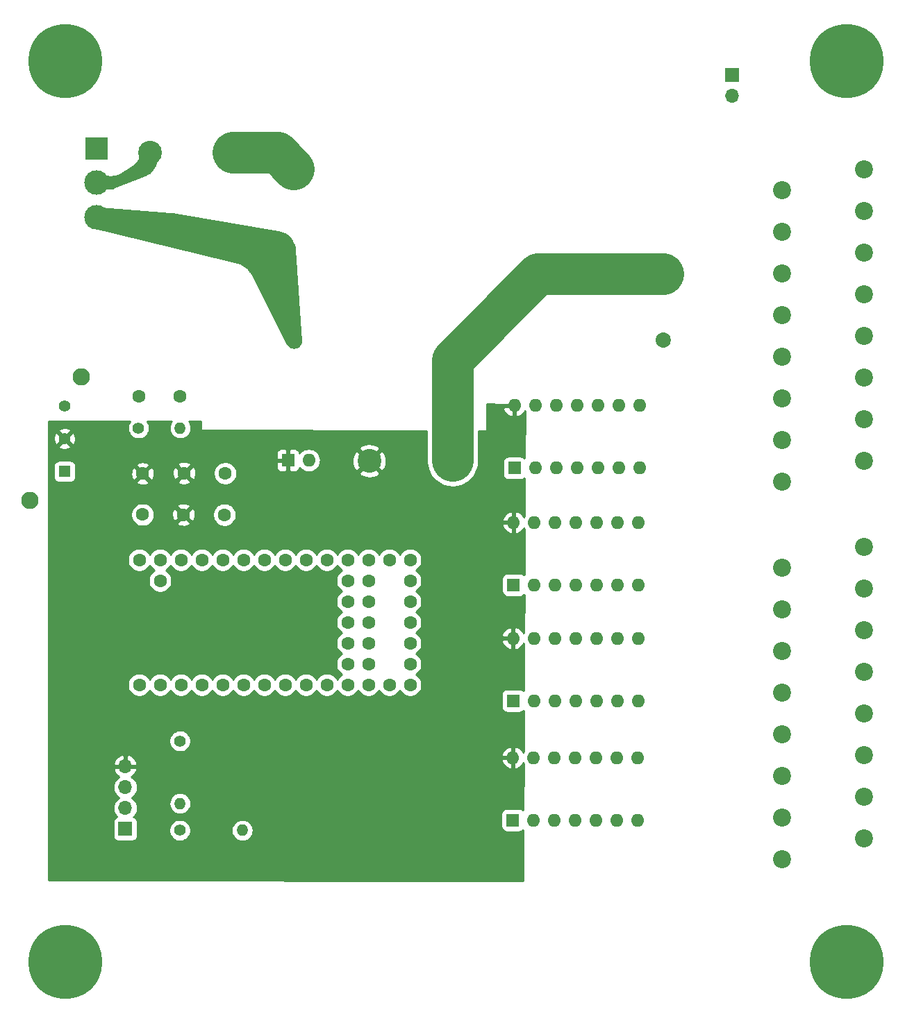
<source format=gbr>
G04 #@! TF.GenerationSoftware,KiCad,Pcbnew,(5.1.2-1)-1*
G04 #@! TF.CreationDate,2022-02-21T13:59:12-08:00*
G04 #@! TF.ProjectId,widaq-magis-ssr-v1b,77696461-712d-46d6-9167-69732d737372,rev?*
G04 #@! TF.SameCoordinates,Original*
G04 #@! TF.FileFunction,Copper,L3,Inr*
G04 #@! TF.FilePolarity,Positive*
%FSLAX46Y46*%
G04 Gerber Fmt 4.6, Leading zero omitted, Abs format (unit mm)*
G04 Created by KiCad (PCBNEW (5.1.2-1)-1) date 2022-02-21 13:59:12*
%MOMM*%
%LPD*%
G04 APERTURE LIST*
%ADD10C,2.900000*%
%ADD11C,3.000000*%
%ADD12R,2.800000X2.800000*%
%ADD13R,1.700000X1.700000*%
%ADD14O,1.700000X1.700000*%
%ADD15C,9.000000*%
%ADD16C,2.200000*%
%ADD17C,1.600000*%
%ADD18R,1.410000X1.410000*%
%ADD19C,1.410000*%
%ADD20C,2.103000*%
%ADD21C,1.400000*%
%ADD22O,1.400000X1.400000*%
%ADD23R,1.600000X1.600000*%
%ADD24O,1.600000X1.600000*%
%ADD25C,1.860000*%
%ADD26C,5.080000*%
%ADD27C,0.254000*%
G04 APERTURE END LIST*
D10*
X129141220Y-87368380D03*
X139301220Y-87368380D03*
X112562640Y-49794160D03*
X102402640Y-49794160D03*
D11*
X95910400Y-57650600D03*
X95910400Y-53450600D03*
D12*
X95910400Y-49250600D03*
D13*
X173395640Y-40289480D03*
D14*
X173395640Y-42829480D03*
D15*
X187337700Y-148475700D03*
X92087700Y-148475700D03*
X187337700Y-38620700D03*
X92087700Y-38620700D03*
D16*
X189470580Y-51821980D03*
X189470580Y-56901980D03*
X189470580Y-61981980D03*
X189470580Y-67061980D03*
X189470580Y-72141980D03*
X189470580Y-77221980D03*
X189470580Y-82301980D03*
X189470580Y-87381980D03*
X179470580Y-54361980D03*
X179470580Y-59441980D03*
X179470580Y-64521980D03*
X179470580Y-69601980D03*
X179470580Y-74681980D03*
X179470580Y-79761980D03*
X179470580Y-84841980D03*
X179470580Y-89921980D03*
X189435020Y-97895040D03*
X189435020Y-102975040D03*
X189435020Y-108055040D03*
X189435020Y-113135040D03*
X189435020Y-118215040D03*
X189435020Y-123295040D03*
X189435020Y-128375040D03*
X189435020Y-133455040D03*
X179435020Y-100435040D03*
X179435020Y-105515040D03*
X179435020Y-110595040D03*
X179435020Y-115675040D03*
X179435020Y-120755040D03*
X179435020Y-125835040D03*
X179435020Y-130915040D03*
X179435020Y-135995040D03*
D17*
X106497120Y-93936820D03*
X111497120Y-93936820D03*
X106583480Y-88877140D03*
X111583480Y-88877140D03*
D18*
X92011680Y-88658200D03*
D19*
X92011680Y-84658200D03*
X92011680Y-80658200D03*
D20*
X87811680Y-92158200D03*
X94011680Y-77158200D03*
D21*
X101023420Y-83360260D03*
D22*
X106103420Y-83360260D03*
D23*
X119227600Y-87302340D03*
D24*
X121767600Y-87302340D03*
D17*
X106045000Y-79499460D03*
X101045000Y-79499460D03*
X101518720Y-88927940D03*
X101518720Y-93927940D03*
X134129780Y-107061000D03*
X134129780Y-104521000D03*
X134129780Y-101981000D03*
X134129780Y-99441000D03*
X134129780Y-109601000D03*
X134129780Y-112141000D03*
X134129780Y-114681000D03*
X131589780Y-99441000D03*
X129049780Y-99441000D03*
X126509780Y-99441000D03*
X123969780Y-99441000D03*
X121429780Y-99441000D03*
X118889780Y-99441000D03*
X116349780Y-99441000D03*
X113809780Y-99441000D03*
X111269780Y-99441000D03*
X108729780Y-99441000D03*
X106189780Y-99441000D03*
X103649780Y-99441000D03*
X101109780Y-99441000D03*
X103649780Y-101981000D03*
X131589780Y-114681000D03*
X129049780Y-114681000D03*
X126509780Y-114681000D03*
X123969780Y-114681000D03*
X121429780Y-114681000D03*
X118889780Y-114681000D03*
X116349780Y-114681000D03*
X113809780Y-114681000D03*
X111269780Y-114681000D03*
X108729780Y-114681000D03*
X106189780Y-114681000D03*
X103649780Y-114681000D03*
X101109780Y-114681000D03*
X129049780Y-101981000D03*
X126509780Y-101981000D03*
X129049780Y-104521000D03*
X126509780Y-104521000D03*
X129049780Y-107061000D03*
X126509780Y-107061000D03*
X129049780Y-109601000D03*
X126509780Y-109601000D03*
X129049780Y-112141000D03*
X126509780Y-112141000D03*
D21*
X106050080Y-132448300D03*
D22*
X113670080Y-132448300D03*
D21*
X106080560Y-121541540D03*
D22*
X106080560Y-129161540D03*
D25*
X119981020Y-72617300D03*
X119981020Y-51817300D03*
X164981020Y-72617300D03*
X164981020Y-64617300D03*
D13*
X99402900Y-132260340D03*
D14*
X99402900Y-129720340D03*
X99402900Y-127180340D03*
X99402900Y-124640340D03*
D23*
X146685000Y-116624100D03*
D24*
X161925000Y-109004100D03*
X149225000Y-116624100D03*
X159385000Y-109004100D03*
X151765000Y-116624100D03*
X156845000Y-109004100D03*
X154305000Y-116624100D03*
X154305000Y-109004100D03*
X156845000Y-116624100D03*
X151765000Y-109004100D03*
X159385000Y-116624100D03*
X149225000Y-109004100D03*
X161925000Y-116624100D03*
X146685000Y-109004100D03*
D23*
X146832320Y-88249760D03*
D24*
X162072320Y-80629760D03*
X149372320Y-88249760D03*
X159532320Y-80629760D03*
X151912320Y-88249760D03*
X156992320Y-80629760D03*
X154452320Y-88249760D03*
X154452320Y-80629760D03*
X156992320Y-88249760D03*
X151912320Y-80629760D03*
X159532320Y-88249760D03*
X149372320Y-80629760D03*
X162072320Y-88249760D03*
X146832320Y-80629760D03*
D23*
X146646900Y-131188460D03*
D24*
X161886900Y-123568460D03*
X149186900Y-131188460D03*
X159346900Y-123568460D03*
X151726900Y-131188460D03*
X156806900Y-123568460D03*
X154266900Y-131188460D03*
X154266900Y-123568460D03*
X156806900Y-131188460D03*
X151726900Y-123568460D03*
X159346900Y-131188460D03*
X149186900Y-123568460D03*
X161886900Y-131188460D03*
X146646900Y-123568460D03*
D23*
X146738340Y-102499160D03*
D24*
X161978340Y-94879160D03*
X149278340Y-102499160D03*
X159438340Y-94879160D03*
X151818340Y-102499160D03*
X156898340Y-94879160D03*
X154358340Y-102499160D03*
X154358340Y-94879160D03*
X156898340Y-102499160D03*
X151818340Y-94879160D03*
X159438340Y-102499160D03*
X149278340Y-94879160D03*
X161978340Y-102499160D03*
X146738340Y-94879160D03*
D26*
X117957880Y-49794160D02*
X119981020Y-51817300D01*
X112562640Y-49794160D02*
X117957880Y-49794160D01*
X149733300Y-64617300D02*
X164981020Y-64617300D01*
X139301220Y-75049380D02*
X149733300Y-64617300D01*
X139301220Y-87368380D02*
X139301220Y-75049380D01*
D27*
G36*
X145547303Y-80476410D02*
G01*
X145561696Y-80502760D01*
X146597243Y-80502760D01*
X146979320Y-80512349D01*
X146979320Y-80756760D01*
X146959320Y-80756760D01*
X146959320Y-81899675D01*
X147181359Y-82021664D01*
X147315407Y-81981006D01*
X147569740Y-81860797D01*
X147795734Y-81693279D01*
X147984705Y-81484891D01*
X148099741Y-81293078D01*
X148113080Y-81318034D01*
X148088978Y-87005244D01*
X148083505Y-86998575D01*
X147986814Y-86919223D01*
X147876500Y-86860258D01*
X147756802Y-86823948D01*
X147632320Y-86811688D01*
X146032320Y-86811688D01*
X145907838Y-86823948D01*
X145788140Y-86860258D01*
X145677826Y-86919223D01*
X145581135Y-86998575D01*
X145501783Y-87095266D01*
X145442818Y-87205580D01*
X145406508Y-87325278D01*
X145394248Y-87449760D01*
X145394248Y-89049760D01*
X145406508Y-89174242D01*
X145442818Y-89293940D01*
X145501783Y-89404254D01*
X145581135Y-89500945D01*
X145677826Y-89580297D01*
X145788140Y-89639262D01*
X145907838Y-89675572D01*
X146032320Y-89687832D01*
X147632320Y-89687832D01*
X147756802Y-89675572D01*
X147876500Y-89639262D01*
X147986814Y-89580297D01*
X148078383Y-89505148D01*
X148058840Y-94116539D01*
X148005761Y-94215842D01*
X147890725Y-94024029D01*
X147701754Y-93815641D01*
X147475760Y-93648123D01*
X147221427Y-93527914D01*
X147087379Y-93487256D01*
X146865340Y-93609245D01*
X146865340Y-94752160D01*
X146885340Y-94752160D01*
X146885340Y-95006160D01*
X146865340Y-95006160D01*
X146865340Y-96149075D01*
X147087379Y-96271064D01*
X147221427Y-96230406D01*
X147475760Y-96110197D01*
X147701754Y-95942679D01*
X147890725Y-95734291D01*
X148005761Y-95542478D01*
X148052427Y-95629783D01*
X148028416Y-101295364D01*
X147989525Y-101247975D01*
X147892834Y-101168623D01*
X147782520Y-101109658D01*
X147662822Y-101073348D01*
X147538340Y-101061088D01*
X145938340Y-101061088D01*
X145813858Y-101073348D01*
X145694160Y-101109658D01*
X145583846Y-101168623D01*
X145487155Y-101247975D01*
X145407803Y-101344666D01*
X145348838Y-101454980D01*
X145312528Y-101574678D01*
X145300268Y-101699160D01*
X145300268Y-103299160D01*
X145312528Y-103423642D01*
X145348838Y-103543340D01*
X145407803Y-103653654D01*
X145487155Y-103750345D01*
X145583846Y-103829697D01*
X145694160Y-103888662D01*
X145813858Y-103924972D01*
X145938340Y-103937232D01*
X147538340Y-103937232D01*
X147662822Y-103924972D01*
X147782520Y-103888662D01*
X147892834Y-103829697D01*
X147989525Y-103750345D01*
X148018159Y-103715454D01*
X147998926Y-108253779D01*
X147952421Y-108340782D01*
X147837385Y-108148969D01*
X147648414Y-107940581D01*
X147422420Y-107773063D01*
X147168087Y-107652854D01*
X147034039Y-107612196D01*
X146812000Y-107734185D01*
X146812000Y-108877100D01*
X146832000Y-108877100D01*
X146832000Y-109131100D01*
X146812000Y-109131100D01*
X146812000Y-110274015D01*
X147034039Y-110396004D01*
X147168087Y-110355346D01*
X147422420Y-110235137D01*
X147648414Y-110067619D01*
X147837385Y-109859231D01*
X147952421Y-109667418D01*
X147992616Y-109742617D01*
X147968587Y-115412397D01*
X147936185Y-115372915D01*
X147839494Y-115293563D01*
X147729180Y-115234598D01*
X147609482Y-115198288D01*
X147485000Y-115186028D01*
X145885000Y-115186028D01*
X145760518Y-115198288D01*
X145640820Y-115234598D01*
X145530506Y-115293563D01*
X145433815Y-115372915D01*
X145354463Y-115469606D01*
X145295498Y-115579920D01*
X145259188Y-115699618D01*
X145246928Y-115824100D01*
X145246928Y-117424100D01*
X145259188Y-117548582D01*
X145295498Y-117668280D01*
X145354463Y-117778594D01*
X145433815Y-117875285D01*
X145530506Y-117954637D01*
X145640820Y-118013602D01*
X145760518Y-118049912D01*
X145885000Y-118062172D01*
X147485000Y-118062172D01*
X147609482Y-118049912D01*
X147729180Y-118013602D01*
X147839494Y-117954637D01*
X147936185Y-117875285D01*
X147958263Y-117848382D01*
X147937012Y-122862690D01*
X147914321Y-122905142D01*
X147799285Y-122713329D01*
X147610314Y-122504941D01*
X147384320Y-122337423D01*
X147129987Y-122217214D01*
X146995939Y-122176556D01*
X146773900Y-122298545D01*
X146773900Y-123441460D01*
X146793900Y-123441460D01*
X146793900Y-123695460D01*
X146773900Y-123695460D01*
X146773900Y-124838375D01*
X146995939Y-124960364D01*
X147129987Y-124919706D01*
X147384320Y-124799497D01*
X147610314Y-124631979D01*
X147799285Y-124423591D01*
X147914321Y-124231778D01*
X147931077Y-124263127D01*
X147906984Y-129948119D01*
X147898085Y-129937275D01*
X147801394Y-129857923D01*
X147691080Y-129798958D01*
X147571382Y-129762648D01*
X147446900Y-129750388D01*
X145846900Y-129750388D01*
X145722418Y-129762648D01*
X145602720Y-129798958D01*
X145492406Y-129857923D01*
X145395715Y-129937275D01*
X145316363Y-130033966D01*
X145257398Y-130144280D01*
X145221088Y-130263978D01*
X145208828Y-130388460D01*
X145208828Y-131988460D01*
X145221088Y-132112942D01*
X145257398Y-132232640D01*
X145316363Y-132342954D01*
X145395715Y-132439645D01*
X145492406Y-132518997D01*
X145602720Y-132577962D01*
X145722418Y-132614272D01*
X145846900Y-132626532D01*
X147446900Y-132626532D01*
X147571382Y-132614272D01*
X147691080Y-132577962D01*
X147801394Y-132518997D01*
X147896419Y-132441012D01*
X147870387Y-138583498D01*
X90062130Y-138523131D01*
X90069228Y-127180340D01*
X97910715Y-127180340D01*
X97939387Y-127471451D01*
X98024301Y-127751374D01*
X98162194Y-128009354D01*
X98347766Y-128235474D01*
X98573886Y-128421046D01*
X98628691Y-128450340D01*
X98573886Y-128479634D01*
X98347766Y-128665206D01*
X98162194Y-128891326D01*
X98024301Y-129149306D01*
X97939387Y-129429229D01*
X97910715Y-129720340D01*
X97939387Y-130011451D01*
X98024301Y-130291374D01*
X98162194Y-130549354D01*
X98347766Y-130775474D01*
X98377587Y-130799947D01*
X98308720Y-130820838D01*
X98198406Y-130879803D01*
X98101715Y-130959155D01*
X98022363Y-131055846D01*
X97963398Y-131166160D01*
X97927088Y-131285858D01*
X97914828Y-131410340D01*
X97914828Y-133110340D01*
X97927088Y-133234822D01*
X97963398Y-133354520D01*
X98022363Y-133464834D01*
X98101715Y-133561525D01*
X98198406Y-133640877D01*
X98308720Y-133699842D01*
X98428418Y-133736152D01*
X98552900Y-133748412D01*
X100252900Y-133748412D01*
X100377382Y-133736152D01*
X100497080Y-133699842D01*
X100607394Y-133640877D01*
X100704085Y-133561525D01*
X100783437Y-133464834D01*
X100842402Y-133354520D01*
X100878712Y-133234822D01*
X100890972Y-133110340D01*
X100890972Y-132316814D01*
X104715080Y-132316814D01*
X104715080Y-132579786D01*
X104766384Y-132837705D01*
X104867019Y-133080659D01*
X105013118Y-133299313D01*
X105199067Y-133485262D01*
X105417721Y-133631361D01*
X105660675Y-133731996D01*
X105918594Y-133783300D01*
X106181566Y-133783300D01*
X106439485Y-133731996D01*
X106682439Y-133631361D01*
X106901093Y-133485262D01*
X107087042Y-133299313D01*
X107233141Y-133080659D01*
X107333776Y-132837705D01*
X107385080Y-132579786D01*
X107385080Y-132448300D01*
X112328621Y-132448300D01*
X112354397Y-132710006D01*
X112430733Y-132961654D01*
X112554698Y-133193575D01*
X112721525Y-133396855D01*
X112924805Y-133563682D01*
X113156726Y-133687647D01*
X113408374Y-133763983D01*
X113604501Y-133783300D01*
X113735659Y-133783300D01*
X113931786Y-133763983D01*
X114183434Y-133687647D01*
X114415355Y-133563682D01*
X114618635Y-133396855D01*
X114785462Y-133193575D01*
X114909427Y-132961654D01*
X114985763Y-132710006D01*
X115011539Y-132448300D01*
X114985763Y-132186594D01*
X114909427Y-131934946D01*
X114785462Y-131703025D01*
X114618635Y-131499745D01*
X114415355Y-131332918D01*
X114183434Y-131208953D01*
X113931786Y-131132617D01*
X113735659Y-131113300D01*
X113604501Y-131113300D01*
X113408374Y-131132617D01*
X113156726Y-131208953D01*
X112924805Y-131332918D01*
X112721525Y-131499745D01*
X112554698Y-131703025D01*
X112430733Y-131934946D01*
X112354397Y-132186594D01*
X112328621Y-132448300D01*
X107385080Y-132448300D01*
X107385080Y-132316814D01*
X107333776Y-132058895D01*
X107233141Y-131815941D01*
X107087042Y-131597287D01*
X106901093Y-131411338D01*
X106682439Y-131265239D01*
X106439485Y-131164604D01*
X106181566Y-131113300D01*
X105918594Y-131113300D01*
X105660675Y-131164604D01*
X105417721Y-131265239D01*
X105199067Y-131411338D01*
X105013118Y-131597287D01*
X104867019Y-131815941D01*
X104766384Y-132058895D01*
X104715080Y-132316814D01*
X100890972Y-132316814D01*
X100890972Y-131410340D01*
X100878712Y-131285858D01*
X100842402Y-131166160D01*
X100783437Y-131055846D01*
X100704085Y-130959155D01*
X100607394Y-130879803D01*
X100497080Y-130820838D01*
X100428213Y-130799947D01*
X100458034Y-130775474D01*
X100643606Y-130549354D01*
X100781499Y-130291374D01*
X100866413Y-130011451D01*
X100895085Y-129720340D01*
X100866413Y-129429229D01*
X100785211Y-129161540D01*
X104739101Y-129161540D01*
X104764877Y-129423246D01*
X104841213Y-129674894D01*
X104965178Y-129906815D01*
X105132005Y-130110095D01*
X105335285Y-130276922D01*
X105567206Y-130400887D01*
X105818854Y-130477223D01*
X106014981Y-130496540D01*
X106146139Y-130496540D01*
X106342266Y-130477223D01*
X106593914Y-130400887D01*
X106825835Y-130276922D01*
X107029115Y-130110095D01*
X107195942Y-129906815D01*
X107319907Y-129674894D01*
X107396243Y-129423246D01*
X107422019Y-129161540D01*
X107396243Y-128899834D01*
X107319907Y-128648186D01*
X107195942Y-128416265D01*
X107029115Y-128212985D01*
X106825835Y-128046158D01*
X106593914Y-127922193D01*
X106342266Y-127845857D01*
X106146139Y-127826540D01*
X106014981Y-127826540D01*
X105818854Y-127845857D01*
X105567206Y-127922193D01*
X105335285Y-128046158D01*
X105132005Y-128212985D01*
X104965178Y-128416265D01*
X104841213Y-128648186D01*
X104764877Y-128899834D01*
X104739101Y-129161540D01*
X100785211Y-129161540D01*
X100781499Y-129149306D01*
X100643606Y-128891326D01*
X100458034Y-128665206D01*
X100231914Y-128479634D01*
X100177109Y-128450340D01*
X100231914Y-128421046D01*
X100458034Y-128235474D01*
X100643606Y-128009354D01*
X100781499Y-127751374D01*
X100866413Y-127471451D01*
X100895085Y-127180340D01*
X100866413Y-126889229D01*
X100781499Y-126609306D01*
X100643606Y-126351326D01*
X100458034Y-126125206D01*
X100231914Y-125939634D01*
X100167377Y-125905139D01*
X100284255Y-125835518D01*
X100500488Y-125640609D01*
X100674541Y-125407260D01*
X100799725Y-125144439D01*
X100844376Y-124997230D01*
X100723055Y-124767340D01*
X99529900Y-124767340D01*
X99529900Y-124787340D01*
X99275900Y-124787340D01*
X99275900Y-124767340D01*
X98082745Y-124767340D01*
X97961424Y-124997230D01*
X98006075Y-125144439D01*
X98131259Y-125407260D01*
X98305312Y-125640609D01*
X98521545Y-125835518D01*
X98638423Y-125905139D01*
X98573886Y-125939634D01*
X98347766Y-126125206D01*
X98162194Y-126351326D01*
X98024301Y-126609306D01*
X97939387Y-126889229D01*
X97910715Y-127180340D01*
X90069228Y-127180340D01*
X90071040Y-124283450D01*
X97961424Y-124283450D01*
X98082745Y-124513340D01*
X99275900Y-124513340D01*
X99275900Y-123319526D01*
X99529900Y-123319526D01*
X99529900Y-124513340D01*
X100723055Y-124513340D01*
X100844376Y-124283450D01*
X100799725Y-124136241D01*
X100695537Y-123917500D01*
X145254991Y-123917500D01*
X145349830Y-124182341D01*
X145494515Y-124423591D01*
X145683486Y-124631979D01*
X145909480Y-124799497D01*
X146163813Y-124919706D01*
X146297861Y-124960364D01*
X146519900Y-124838375D01*
X146519900Y-123695460D01*
X145376276Y-123695460D01*
X145254991Y-123917500D01*
X100695537Y-123917500D01*
X100674541Y-123873420D01*
X100500488Y-123640071D01*
X100284255Y-123445162D01*
X100034152Y-123296183D01*
X99817754Y-123219420D01*
X145254991Y-123219420D01*
X145376276Y-123441460D01*
X146519900Y-123441460D01*
X146519900Y-122298545D01*
X146297861Y-122176556D01*
X146163813Y-122217214D01*
X145909480Y-122337423D01*
X145683486Y-122504941D01*
X145494515Y-122713329D01*
X145349830Y-122954579D01*
X145254991Y-123219420D01*
X99817754Y-123219420D01*
X99759791Y-123198859D01*
X99529900Y-123319526D01*
X99275900Y-123319526D01*
X99046009Y-123198859D01*
X98771648Y-123296183D01*
X98521545Y-123445162D01*
X98305312Y-123640071D01*
X98131259Y-123873420D01*
X98006075Y-124136241D01*
X97961424Y-124283450D01*
X90071040Y-124283450D01*
X90072838Y-121410054D01*
X104745560Y-121410054D01*
X104745560Y-121673026D01*
X104796864Y-121930945D01*
X104897499Y-122173899D01*
X105043598Y-122392553D01*
X105229547Y-122578502D01*
X105448201Y-122724601D01*
X105691155Y-122825236D01*
X105949074Y-122876540D01*
X106212046Y-122876540D01*
X106469965Y-122825236D01*
X106712919Y-122724601D01*
X106931573Y-122578502D01*
X107117522Y-122392553D01*
X107263621Y-122173899D01*
X107364256Y-121930945D01*
X107415560Y-121673026D01*
X107415560Y-121410054D01*
X107364256Y-121152135D01*
X107263621Y-120909181D01*
X107117522Y-120690527D01*
X106931573Y-120504578D01*
X106712919Y-120358479D01*
X106469965Y-120257844D01*
X106212046Y-120206540D01*
X105949074Y-120206540D01*
X105691155Y-120257844D01*
X105448201Y-120358479D01*
X105229547Y-120504578D01*
X105043598Y-120690527D01*
X104897499Y-120909181D01*
X104796864Y-121152135D01*
X104745560Y-121410054D01*
X90072838Y-121410054D01*
X90086675Y-99299665D01*
X99674780Y-99299665D01*
X99674780Y-99582335D01*
X99729927Y-99859574D01*
X99838100Y-100120727D01*
X99995143Y-100355759D01*
X100195021Y-100555637D01*
X100430053Y-100712680D01*
X100691206Y-100820853D01*
X100968445Y-100876000D01*
X101251115Y-100876000D01*
X101528354Y-100820853D01*
X101789507Y-100712680D01*
X102024539Y-100555637D01*
X102224417Y-100355759D01*
X102379780Y-100123241D01*
X102535143Y-100355759D01*
X102735021Y-100555637D01*
X102967539Y-100711000D01*
X102735021Y-100866363D01*
X102535143Y-101066241D01*
X102378100Y-101301273D01*
X102269927Y-101562426D01*
X102214780Y-101839665D01*
X102214780Y-102122335D01*
X102269927Y-102399574D01*
X102378100Y-102660727D01*
X102535143Y-102895759D01*
X102735021Y-103095637D01*
X102970053Y-103252680D01*
X103231206Y-103360853D01*
X103508445Y-103416000D01*
X103791115Y-103416000D01*
X104068354Y-103360853D01*
X104329507Y-103252680D01*
X104564539Y-103095637D01*
X104764417Y-102895759D01*
X104921460Y-102660727D01*
X105029633Y-102399574D01*
X105084780Y-102122335D01*
X105084780Y-101839665D01*
X105029633Y-101562426D01*
X104921460Y-101301273D01*
X104764417Y-101066241D01*
X104564539Y-100866363D01*
X104332021Y-100711000D01*
X104564539Y-100555637D01*
X104764417Y-100355759D01*
X104919780Y-100123241D01*
X105075143Y-100355759D01*
X105275021Y-100555637D01*
X105510053Y-100712680D01*
X105771206Y-100820853D01*
X106048445Y-100876000D01*
X106331115Y-100876000D01*
X106608354Y-100820853D01*
X106869507Y-100712680D01*
X107104539Y-100555637D01*
X107304417Y-100355759D01*
X107459780Y-100123241D01*
X107615143Y-100355759D01*
X107815021Y-100555637D01*
X108050053Y-100712680D01*
X108311206Y-100820853D01*
X108588445Y-100876000D01*
X108871115Y-100876000D01*
X109148354Y-100820853D01*
X109409507Y-100712680D01*
X109644539Y-100555637D01*
X109844417Y-100355759D01*
X109999780Y-100123241D01*
X110155143Y-100355759D01*
X110355021Y-100555637D01*
X110590053Y-100712680D01*
X110851206Y-100820853D01*
X111128445Y-100876000D01*
X111411115Y-100876000D01*
X111688354Y-100820853D01*
X111949507Y-100712680D01*
X112184539Y-100555637D01*
X112384417Y-100355759D01*
X112539780Y-100123241D01*
X112695143Y-100355759D01*
X112895021Y-100555637D01*
X113130053Y-100712680D01*
X113391206Y-100820853D01*
X113668445Y-100876000D01*
X113951115Y-100876000D01*
X114228354Y-100820853D01*
X114489507Y-100712680D01*
X114724539Y-100555637D01*
X114924417Y-100355759D01*
X115079780Y-100123241D01*
X115235143Y-100355759D01*
X115435021Y-100555637D01*
X115670053Y-100712680D01*
X115931206Y-100820853D01*
X116208445Y-100876000D01*
X116491115Y-100876000D01*
X116768354Y-100820853D01*
X117029507Y-100712680D01*
X117264539Y-100555637D01*
X117464417Y-100355759D01*
X117619780Y-100123241D01*
X117775143Y-100355759D01*
X117975021Y-100555637D01*
X118210053Y-100712680D01*
X118471206Y-100820853D01*
X118748445Y-100876000D01*
X119031115Y-100876000D01*
X119308354Y-100820853D01*
X119569507Y-100712680D01*
X119804539Y-100555637D01*
X120004417Y-100355759D01*
X120159780Y-100123241D01*
X120315143Y-100355759D01*
X120515021Y-100555637D01*
X120750053Y-100712680D01*
X121011206Y-100820853D01*
X121288445Y-100876000D01*
X121571115Y-100876000D01*
X121848354Y-100820853D01*
X122109507Y-100712680D01*
X122344539Y-100555637D01*
X122544417Y-100355759D01*
X122699780Y-100123241D01*
X122855143Y-100355759D01*
X123055021Y-100555637D01*
X123290053Y-100712680D01*
X123551206Y-100820853D01*
X123828445Y-100876000D01*
X124111115Y-100876000D01*
X124388354Y-100820853D01*
X124649507Y-100712680D01*
X124884539Y-100555637D01*
X125084417Y-100355759D01*
X125239780Y-100123241D01*
X125395143Y-100355759D01*
X125595021Y-100555637D01*
X125827539Y-100711000D01*
X125595021Y-100866363D01*
X125395143Y-101066241D01*
X125238100Y-101301273D01*
X125129927Y-101562426D01*
X125074780Y-101839665D01*
X125074780Y-102122335D01*
X125129927Y-102399574D01*
X125238100Y-102660727D01*
X125395143Y-102895759D01*
X125595021Y-103095637D01*
X125827539Y-103251000D01*
X125595021Y-103406363D01*
X125395143Y-103606241D01*
X125238100Y-103841273D01*
X125129927Y-104102426D01*
X125074780Y-104379665D01*
X125074780Y-104662335D01*
X125129927Y-104939574D01*
X125238100Y-105200727D01*
X125395143Y-105435759D01*
X125595021Y-105635637D01*
X125827539Y-105791000D01*
X125595021Y-105946363D01*
X125395143Y-106146241D01*
X125238100Y-106381273D01*
X125129927Y-106642426D01*
X125074780Y-106919665D01*
X125074780Y-107202335D01*
X125129927Y-107479574D01*
X125238100Y-107740727D01*
X125395143Y-107975759D01*
X125595021Y-108175637D01*
X125827539Y-108331000D01*
X125595021Y-108486363D01*
X125395143Y-108686241D01*
X125238100Y-108921273D01*
X125129927Y-109182426D01*
X125074780Y-109459665D01*
X125074780Y-109742335D01*
X125129927Y-110019574D01*
X125238100Y-110280727D01*
X125395143Y-110515759D01*
X125595021Y-110715637D01*
X125827539Y-110871000D01*
X125595021Y-111026363D01*
X125395143Y-111226241D01*
X125238100Y-111461273D01*
X125129927Y-111722426D01*
X125074780Y-111999665D01*
X125074780Y-112282335D01*
X125129927Y-112559574D01*
X125238100Y-112820727D01*
X125395143Y-113055759D01*
X125595021Y-113255637D01*
X125827539Y-113411000D01*
X125595021Y-113566363D01*
X125395143Y-113766241D01*
X125239780Y-113998759D01*
X125084417Y-113766241D01*
X124884539Y-113566363D01*
X124649507Y-113409320D01*
X124388354Y-113301147D01*
X124111115Y-113246000D01*
X123828445Y-113246000D01*
X123551206Y-113301147D01*
X123290053Y-113409320D01*
X123055021Y-113566363D01*
X122855143Y-113766241D01*
X122699780Y-113998759D01*
X122544417Y-113766241D01*
X122344539Y-113566363D01*
X122109507Y-113409320D01*
X121848354Y-113301147D01*
X121571115Y-113246000D01*
X121288445Y-113246000D01*
X121011206Y-113301147D01*
X120750053Y-113409320D01*
X120515021Y-113566363D01*
X120315143Y-113766241D01*
X120159780Y-113998759D01*
X120004417Y-113766241D01*
X119804539Y-113566363D01*
X119569507Y-113409320D01*
X119308354Y-113301147D01*
X119031115Y-113246000D01*
X118748445Y-113246000D01*
X118471206Y-113301147D01*
X118210053Y-113409320D01*
X117975021Y-113566363D01*
X117775143Y-113766241D01*
X117619780Y-113998759D01*
X117464417Y-113766241D01*
X117264539Y-113566363D01*
X117029507Y-113409320D01*
X116768354Y-113301147D01*
X116491115Y-113246000D01*
X116208445Y-113246000D01*
X115931206Y-113301147D01*
X115670053Y-113409320D01*
X115435021Y-113566363D01*
X115235143Y-113766241D01*
X115079780Y-113998759D01*
X114924417Y-113766241D01*
X114724539Y-113566363D01*
X114489507Y-113409320D01*
X114228354Y-113301147D01*
X113951115Y-113246000D01*
X113668445Y-113246000D01*
X113391206Y-113301147D01*
X113130053Y-113409320D01*
X112895021Y-113566363D01*
X112695143Y-113766241D01*
X112539780Y-113998759D01*
X112384417Y-113766241D01*
X112184539Y-113566363D01*
X111949507Y-113409320D01*
X111688354Y-113301147D01*
X111411115Y-113246000D01*
X111128445Y-113246000D01*
X110851206Y-113301147D01*
X110590053Y-113409320D01*
X110355021Y-113566363D01*
X110155143Y-113766241D01*
X109999780Y-113998759D01*
X109844417Y-113766241D01*
X109644539Y-113566363D01*
X109409507Y-113409320D01*
X109148354Y-113301147D01*
X108871115Y-113246000D01*
X108588445Y-113246000D01*
X108311206Y-113301147D01*
X108050053Y-113409320D01*
X107815021Y-113566363D01*
X107615143Y-113766241D01*
X107459780Y-113998759D01*
X107304417Y-113766241D01*
X107104539Y-113566363D01*
X106869507Y-113409320D01*
X106608354Y-113301147D01*
X106331115Y-113246000D01*
X106048445Y-113246000D01*
X105771206Y-113301147D01*
X105510053Y-113409320D01*
X105275021Y-113566363D01*
X105075143Y-113766241D01*
X104919780Y-113998759D01*
X104764417Y-113766241D01*
X104564539Y-113566363D01*
X104329507Y-113409320D01*
X104068354Y-113301147D01*
X103791115Y-113246000D01*
X103508445Y-113246000D01*
X103231206Y-113301147D01*
X102970053Y-113409320D01*
X102735021Y-113566363D01*
X102535143Y-113766241D01*
X102379780Y-113998759D01*
X102224417Y-113766241D01*
X102024539Y-113566363D01*
X101789507Y-113409320D01*
X101528354Y-113301147D01*
X101251115Y-113246000D01*
X100968445Y-113246000D01*
X100691206Y-113301147D01*
X100430053Y-113409320D01*
X100195021Y-113566363D01*
X99995143Y-113766241D01*
X99838100Y-114001273D01*
X99729927Y-114262426D01*
X99674780Y-114539665D01*
X99674780Y-114822335D01*
X99729927Y-115099574D01*
X99838100Y-115360727D01*
X99995143Y-115595759D01*
X100195021Y-115795637D01*
X100430053Y-115952680D01*
X100691206Y-116060853D01*
X100968445Y-116116000D01*
X101251115Y-116116000D01*
X101528354Y-116060853D01*
X101789507Y-115952680D01*
X102024539Y-115795637D01*
X102224417Y-115595759D01*
X102379780Y-115363241D01*
X102535143Y-115595759D01*
X102735021Y-115795637D01*
X102970053Y-115952680D01*
X103231206Y-116060853D01*
X103508445Y-116116000D01*
X103791115Y-116116000D01*
X104068354Y-116060853D01*
X104329507Y-115952680D01*
X104564539Y-115795637D01*
X104764417Y-115595759D01*
X104919780Y-115363241D01*
X105075143Y-115595759D01*
X105275021Y-115795637D01*
X105510053Y-115952680D01*
X105771206Y-116060853D01*
X106048445Y-116116000D01*
X106331115Y-116116000D01*
X106608354Y-116060853D01*
X106869507Y-115952680D01*
X107104539Y-115795637D01*
X107304417Y-115595759D01*
X107459780Y-115363241D01*
X107615143Y-115595759D01*
X107815021Y-115795637D01*
X108050053Y-115952680D01*
X108311206Y-116060853D01*
X108588445Y-116116000D01*
X108871115Y-116116000D01*
X109148354Y-116060853D01*
X109409507Y-115952680D01*
X109644539Y-115795637D01*
X109844417Y-115595759D01*
X109999780Y-115363241D01*
X110155143Y-115595759D01*
X110355021Y-115795637D01*
X110590053Y-115952680D01*
X110851206Y-116060853D01*
X111128445Y-116116000D01*
X111411115Y-116116000D01*
X111688354Y-116060853D01*
X111949507Y-115952680D01*
X112184539Y-115795637D01*
X112384417Y-115595759D01*
X112539780Y-115363241D01*
X112695143Y-115595759D01*
X112895021Y-115795637D01*
X113130053Y-115952680D01*
X113391206Y-116060853D01*
X113668445Y-116116000D01*
X113951115Y-116116000D01*
X114228354Y-116060853D01*
X114489507Y-115952680D01*
X114724539Y-115795637D01*
X114924417Y-115595759D01*
X115079780Y-115363241D01*
X115235143Y-115595759D01*
X115435021Y-115795637D01*
X115670053Y-115952680D01*
X115931206Y-116060853D01*
X116208445Y-116116000D01*
X116491115Y-116116000D01*
X116768354Y-116060853D01*
X117029507Y-115952680D01*
X117264539Y-115795637D01*
X117464417Y-115595759D01*
X117619780Y-115363241D01*
X117775143Y-115595759D01*
X117975021Y-115795637D01*
X118210053Y-115952680D01*
X118471206Y-116060853D01*
X118748445Y-116116000D01*
X119031115Y-116116000D01*
X119308354Y-116060853D01*
X119569507Y-115952680D01*
X119804539Y-115795637D01*
X120004417Y-115595759D01*
X120159780Y-115363241D01*
X120315143Y-115595759D01*
X120515021Y-115795637D01*
X120750053Y-115952680D01*
X121011206Y-116060853D01*
X121288445Y-116116000D01*
X121571115Y-116116000D01*
X121848354Y-116060853D01*
X122109507Y-115952680D01*
X122344539Y-115795637D01*
X122544417Y-115595759D01*
X122699780Y-115363241D01*
X122855143Y-115595759D01*
X123055021Y-115795637D01*
X123290053Y-115952680D01*
X123551206Y-116060853D01*
X123828445Y-116116000D01*
X124111115Y-116116000D01*
X124388354Y-116060853D01*
X124649507Y-115952680D01*
X124884539Y-115795637D01*
X125084417Y-115595759D01*
X125239780Y-115363241D01*
X125395143Y-115595759D01*
X125595021Y-115795637D01*
X125830053Y-115952680D01*
X126091206Y-116060853D01*
X126368445Y-116116000D01*
X126651115Y-116116000D01*
X126928354Y-116060853D01*
X127189507Y-115952680D01*
X127424539Y-115795637D01*
X127624417Y-115595759D01*
X127779780Y-115363241D01*
X127935143Y-115595759D01*
X128135021Y-115795637D01*
X128370053Y-115952680D01*
X128631206Y-116060853D01*
X128908445Y-116116000D01*
X129191115Y-116116000D01*
X129468354Y-116060853D01*
X129729507Y-115952680D01*
X129964539Y-115795637D01*
X130164417Y-115595759D01*
X130319780Y-115363241D01*
X130475143Y-115595759D01*
X130675021Y-115795637D01*
X130910053Y-115952680D01*
X131171206Y-116060853D01*
X131448445Y-116116000D01*
X131731115Y-116116000D01*
X132008354Y-116060853D01*
X132269507Y-115952680D01*
X132504539Y-115795637D01*
X132704417Y-115595759D01*
X132859780Y-115363241D01*
X133015143Y-115595759D01*
X133215021Y-115795637D01*
X133450053Y-115952680D01*
X133711206Y-116060853D01*
X133988445Y-116116000D01*
X134271115Y-116116000D01*
X134548354Y-116060853D01*
X134809507Y-115952680D01*
X135044539Y-115795637D01*
X135244417Y-115595759D01*
X135401460Y-115360727D01*
X135509633Y-115099574D01*
X135564780Y-114822335D01*
X135564780Y-114539665D01*
X135509633Y-114262426D01*
X135401460Y-114001273D01*
X135244417Y-113766241D01*
X135044539Y-113566363D01*
X134812021Y-113411000D01*
X135044539Y-113255637D01*
X135244417Y-113055759D01*
X135401460Y-112820727D01*
X135509633Y-112559574D01*
X135564780Y-112282335D01*
X135564780Y-111999665D01*
X135509633Y-111722426D01*
X135401460Y-111461273D01*
X135244417Y-111226241D01*
X135044539Y-111026363D01*
X134812021Y-110871000D01*
X135044539Y-110715637D01*
X135244417Y-110515759D01*
X135401460Y-110280727D01*
X135509633Y-110019574D01*
X135564780Y-109742335D01*
X135564780Y-109459665D01*
X135543591Y-109353140D01*
X145293091Y-109353140D01*
X145387930Y-109617981D01*
X145532615Y-109859231D01*
X145721586Y-110067619D01*
X145947580Y-110235137D01*
X146201913Y-110355346D01*
X146335961Y-110396004D01*
X146558000Y-110274015D01*
X146558000Y-109131100D01*
X145414376Y-109131100D01*
X145293091Y-109353140D01*
X135543591Y-109353140D01*
X135509633Y-109182426D01*
X135401460Y-108921273D01*
X135244417Y-108686241D01*
X135213236Y-108655060D01*
X145293091Y-108655060D01*
X145414376Y-108877100D01*
X146558000Y-108877100D01*
X146558000Y-107734185D01*
X146335961Y-107612196D01*
X146201913Y-107652854D01*
X145947580Y-107773063D01*
X145721586Y-107940581D01*
X145532615Y-108148969D01*
X145387930Y-108390219D01*
X145293091Y-108655060D01*
X135213236Y-108655060D01*
X135044539Y-108486363D01*
X134812021Y-108331000D01*
X135044539Y-108175637D01*
X135244417Y-107975759D01*
X135401460Y-107740727D01*
X135509633Y-107479574D01*
X135564780Y-107202335D01*
X135564780Y-106919665D01*
X135509633Y-106642426D01*
X135401460Y-106381273D01*
X135244417Y-106146241D01*
X135044539Y-105946363D01*
X134812021Y-105791000D01*
X135044539Y-105635637D01*
X135244417Y-105435759D01*
X135401460Y-105200727D01*
X135509633Y-104939574D01*
X135564780Y-104662335D01*
X135564780Y-104379665D01*
X135509633Y-104102426D01*
X135401460Y-103841273D01*
X135244417Y-103606241D01*
X135044539Y-103406363D01*
X134812021Y-103251000D01*
X135044539Y-103095637D01*
X135244417Y-102895759D01*
X135401460Y-102660727D01*
X135509633Y-102399574D01*
X135564780Y-102122335D01*
X135564780Y-101839665D01*
X135509633Y-101562426D01*
X135401460Y-101301273D01*
X135244417Y-101066241D01*
X135044539Y-100866363D01*
X134812021Y-100711000D01*
X135044539Y-100555637D01*
X135244417Y-100355759D01*
X135401460Y-100120727D01*
X135509633Y-99859574D01*
X135564780Y-99582335D01*
X135564780Y-99299665D01*
X135509633Y-99022426D01*
X135401460Y-98761273D01*
X135244417Y-98526241D01*
X135044539Y-98326363D01*
X134809507Y-98169320D01*
X134548354Y-98061147D01*
X134271115Y-98006000D01*
X133988445Y-98006000D01*
X133711206Y-98061147D01*
X133450053Y-98169320D01*
X133215021Y-98326363D01*
X133015143Y-98526241D01*
X132859780Y-98758759D01*
X132704417Y-98526241D01*
X132504539Y-98326363D01*
X132269507Y-98169320D01*
X132008354Y-98061147D01*
X131731115Y-98006000D01*
X131448445Y-98006000D01*
X131171206Y-98061147D01*
X130910053Y-98169320D01*
X130675021Y-98326363D01*
X130475143Y-98526241D01*
X130319780Y-98758759D01*
X130164417Y-98526241D01*
X129964539Y-98326363D01*
X129729507Y-98169320D01*
X129468354Y-98061147D01*
X129191115Y-98006000D01*
X128908445Y-98006000D01*
X128631206Y-98061147D01*
X128370053Y-98169320D01*
X128135021Y-98326363D01*
X127935143Y-98526241D01*
X127779780Y-98758759D01*
X127624417Y-98526241D01*
X127424539Y-98326363D01*
X127189507Y-98169320D01*
X126928354Y-98061147D01*
X126651115Y-98006000D01*
X126368445Y-98006000D01*
X126091206Y-98061147D01*
X125830053Y-98169320D01*
X125595021Y-98326363D01*
X125395143Y-98526241D01*
X125239780Y-98758759D01*
X125084417Y-98526241D01*
X124884539Y-98326363D01*
X124649507Y-98169320D01*
X124388354Y-98061147D01*
X124111115Y-98006000D01*
X123828445Y-98006000D01*
X123551206Y-98061147D01*
X123290053Y-98169320D01*
X123055021Y-98326363D01*
X122855143Y-98526241D01*
X122699780Y-98758759D01*
X122544417Y-98526241D01*
X122344539Y-98326363D01*
X122109507Y-98169320D01*
X121848354Y-98061147D01*
X121571115Y-98006000D01*
X121288445Y-98006000D01*
X121011206Y-98061147D01*
X120750053Y-98169320D01*
X120515021Y-98326363D01*
X120315143Y-98526241D01*
X120159780Y-98758759D01*
X120004417Y-98526241D01*
X119804539Y-98326363D01*
X119569507Y-98169320D01*
X119308354Y-98061147D01*
X119031115Y-98006000D01*
X118748445Y-98006000D01*
X118471206Y-98061147D01*
X118210053Y-98169320D01*
X117975021Y-98326363D01*
X117775143Y-98526241D01*
X117619780Y-98758759D01*
X117464417Y-98526241D01*
X117264539Y-98326363D01*
X117029507Y-98169320D01*
X116768354Y-98061147D01*
X116491115Y-98006000D01*
X116208445Y-98006000D01*
X115931206Y-98061147D01*
X115670053Y-98169320D01*
X115435021Y-98326363D01*
X115235143Y-98526241D01*
X115079780Y-98758759D01*
X114924417Y-98526241D01*
X114724539Y-98326363D01*
X114489507Y-98169320D01*
X114228354Y-98061147D01*
X113951115Y-98006000D01*
X113668445Y-98006000D01*
X113391206Y-98061147D01*
X113130053Y-98169320D01*
X112895021Y-98326363D01*
X112695143Y-98526241D01*
X112539780Y-98758759D01*
X112384417Y-98526241D01*
X112184539Y-98326363D01*
X111949507Y-98169320D01*
X111688354Y-98061147D01*
X111411115Y-98006000D01*
X111128445Y-98006000D01*
X110851206Y-98061147D01*
X110590053Y-98169320D01*
X110355021Y-98326363D01*
X110155143Y-98526241D01*
X109999780Y-98758759D01*
X109844417Y-98526241D01*
X109644539Y-98326363D01*
X109409507Y-98169320D01*
X109148354Y-98061147D01*
X108871115Y-98006000D01*
X108588445Y-98006000D01*
X108311206Y-98061147D01*
X108050053Y-98169320D01*
X107815021Y-98326363D01*
X107615143Y-98526241D01*
X107459780Y-98758759D01*
X107304417Y-98526241D01*
X107104539Y-98326363D01*
X106869507Y-98169320D01*
X106608354Y-98061147D01*
X106331115Y-98006000D01*
X106048445Y-98006000D01*
X105771206Y-98061147D01*
X105510053Y-98169320D01*
X105275021Y-98326363D01*
X105075143Y-98526241D01*
X104919780Y-98758759D01*
X104764417Y-98526241D01*
X104564539Y-98326363D01*
X104329507Y-98169320D01*
X104068354Y-98061147D01*
X103791115Y-98006000D01*
X103508445Y-98006000D01*
X103231206Y-98061147D01*
X102970053Y-98169320D01*
X102735021Y-98326363D01*
X102535143Y-98526241D01*
X102379780Y-98758759D01*
X102224417Y-98526241D01*
X102024539Y-98326363D01*
X101789507Y-98169320D01*
X101528354Y-98061147D01*
X101251115Y-98006000D01*
X100968445Y-98006000D01*
X100691206Y-98061147D01*
X100430053Y-98169320D01*
X100195021Y-98326363D01*
X99995143Y-98526241D01*
X99838100Y-98761273D01*
X99729927Y-99022426D01*
X99674780Y-99299665D01*
X90086675Y-99299665D01*
X90090125Y-93786605D01*
X100083720Y-93786605D01*
X100083720Y-94069275D01*
X100138867Y-94346514D01*
X100247040Y-94607667D01*
X100404083Y-94842699D01*
X100603961Y-95042577D01*
X100838993Y-95199620D01*
X101100146Y-95307793D01*
X101377385Y-95362940D01*
X101660055Y-95362940D01*
X101937294Y-95307793D01*
X102198447Y-95199620D01*
X102433479Y-95042577D01*
X102546534Y-94929522D01*
X105684023Y-94929522D01*
X105755606Y-95173491D01*
X106011116Y-95294391D01*
X106285304Y-95363120D01*
X106567632Y-95377037D01*
X106847250Y-95335607D01*
X107113412Y-95240423D01*
X107238634Y-95173491D01*
X107310217Y-94929522D01*
X106497120Y-94116425D01*
X105684023Y-94929522D01*
X102546534Y-94929522D01*
X102633357Y-94842699D01*
X102790400Y-94607667D01*
X102898573Y-94346514D01*
X102953720Y-94069275D01*
X102953720Y-94007332D01*
X105056903Y-94007332D01*
X105098333Y-94286950D01*
X105193517Y-94553112D01*
X105260449Y-94678334D01*
X105504418Y-94749917D01*
X106317515Y-93936820D01*
X106676725Y-93936820D01*
X107489822Y-94749917D01*
X107733791Y-94678334D01*
X107854691Y-94422824D01*
X107923420Y-94148636D01*
X107937337Y-93866308D01*
X107926844Y-93795485D01*
X110062120Y-93795485D01*
X110062120Y-94078155D01*
X110117267Y-94355394D01*
X110225440Y-94616547D01*
X110382483Y-94851579D01*
X110582361Y-95051457D01*
X110817393Y-95208500D01*
X111078546Y-95316673D01*
X111355785Y-95371820D01*
X111638455Y-95371820D01*
X111915694Y-95316673D01*
X112129286Y-95228200D01*
X145346431Y-95228200D01*
X145441270Y-95493041D01*
X145585955Y-95734291D01*
X145774926Y-95942679D01*
X146000920Y-96110197D01*
X146255253Y-96230406D01*
X146389301Y-96271064D01*
X146611340Y-96149075D01*
X146611340Y-95006160D01*
X145467716Y-95006160D01*
X145346431Y-95228200D01*
X112129286Y-95228200D01*
X112176847Y-95208500D01*
X112411879Y-95051457D01*
X112611757Y-94851579D01*
X112768800Y-94616547D01*
X112804599Y-94530120D01*
X145346431Y-94530120D01*
X145467716Y-94752160D01*
X146611340Y-94752160D01*
X146611340Y-93609245D01*
X146389301Y-93487256D01*
X146255253Y-93527914D01*
X146000920Y-93648123D01*
X145774926Y-93815641D01*
X145585955Y-94024029D01*
X145441270Y-94265279D01*
X145346431Y-94530120D01*
X112804599Y-94530120D01*
X112876973Y-94355394D01*
X112932120Y-94078155D01*
X112932120Y-93795485D01*
X112876973Y-93518246D01*
X112768800Y-93257093D01*
X112611757Y-93022061D01*
X112411879Y-92822183D01*
X112176847Y-92665140D01*
X111915694Y-92556967D01*
X111638455Y-92501820D01*
X111355785Y-92501820D01*
X111078546Y-92556967D01*
X110817393Y-92665140D01*
X110582361Y-92822183D01*
X110382483Y-93022061D01*
X110225440Y-93257093D01*
X110117267Y-93518246D01*
X110062120Y-93795485D01*
X107926844Y-93795485D01*
X107895907Y-93586690D01*
X107800723Y-93320528D01*
X107733791Y-93195306D01*
X107489822Y-93123723D01*
X106676725Y-93936820D01*
X106317515Y-93936820D01*
X105504418Y-93123723D01*
X105260449Y-93195306D01*
X105139549Y-93450816D01*
X105070820Y-93725004D01*
X105056903Y-94007332D01*
X102953720Y-94007332D01*
X102953720Y-93786605D01*
X102898573Y-93509366D01*
X102790400Y-93248213D01*
X102633357Y-93013181D01*
X102564294Y-92944118D01*
X105684023Y-92944118D01*
X106497120Y-93757215D01*
X107310217Y-92944118D01*
X107238634Y-92700149D01*
X106983124Y-92579249D01*
X106708936Y-92510520D01*
X106426608Y-92496603D01*
X106146990Y-92538033D01*
X105880828Y-92633217D01*
X105755606Y-92700149D01*
X105684023Y-92944118D01*
X102564294Y-92944118D01*
X102433479Y-92813303D01*
X102198447Y-92656260D01*
X101937294Y-92548087D01*
X101660055Y-92492940D01*
X101377385Y-92492940D01*
X101100146Y-92548087D01*
X100838993Y-92656260D01*
X100603961Y-92813303D01*
X100404083Y-93013181D01*
X100247040Y-93248213D01*
X100138867Y-93509366D01*
X100083720Y-93786605D01*
X90090125Y-93786605D01*
X90093776Y-87953200D01*
X90668608Y-87953200D01*
X90668608Y-89363200D01*
X90680868Y-89487682D01*
X90717178Y-89607380D01*
X90776143Y-89717694D01*
X90855495Y-89814385D01*
X90952186Y-89893737D01*
X91062500Y-89952702D01*
X91182198Y-89989012D01*
X91306680Y-90001272D01*
X92716680Y-90001272D01*
X92841162Y-89989012D01*
X92960860Y-89952702D01*
X93020839Y-89920642D01*
X100705623Y-89920642D01*
X100777206Y-90164611D01*
X101032716Y-90285511D01*
X101306904Y-90354240D01*
X101589232Y-90368157D01*
X101868850Y-90326727D01*
X102135012Y-90231543D01*
X102260234Y-90164611D01*
X102331817Y-89920642D01*
X102281017Y-89869842D01*
X105770383Y-89869842D01*
X105841966Y-90113811D01*
X106097476Y-90234711D01*
X106371664Y-90303440D01*
X106653992Y-90317357D01*
X106933610Y-90275927D01*
X107199772Y-90180743D01*
X107324994Y-90113811D01*
X107396577Y-89869842D01*
X106583480Y-89056745D01*
X105770383Y-89869842D01*
X102281017Y-89869842D01*
X101518720Y-89107545D01*
X100705623Y-89920642D01*
X93020839Y-89920642D01*
X93071174Y-89893737D01*
X93167865Y-89814385D01*
X93247217Y-89717694D01*
X93306182Y-89607380D01*
X93342492Y-89487682D01*
X93354752Y-89363200D01*
X93354752Y-88998452D01*
X100078503Y-88998452D01*
X100119933Y-89278070D01*
X100215117Y-89544232D01*
X100282049Y-89669454D01*
X100526018Y-89741037D01*
X101339115Y-88927940D01*
X101698325Y-88927940D01*
X102511422Y-89741037D01*
X102755391Y-89669454D01*
X102876291Y-89413944D01*
X102945020Y-89139756D01*
X102954489Y-88947652D01*
X105143263Y-88947652D01*
X105184693Y-89227270D01*
X105279877Y-89493432D01*
X105346809Y-89618654D01*
X105590778Y-89690237D01*
X106403875Y-88877140D01*
X106763085Y-88877140D01*
X107576182Y-89690237D01*
X107820151Y-89618654D01*
X107941051Y-89363144D01*
X108009780Y-89088956D01*
X108023697Y-88806628D01*
X108013204Y-88735805D01*
X110148480Y-88735805D01*
X110148480Y-89018475D01*
X110203627Y-89295714D01*
X110311800Y-89556867D01*
X110468843Y-89791899D01*
X110668721Y-89991777D01*
X110903753Y-90148820D01*
X111164906Y-90256993D01*
X111442145Y-90312140D01*
X111724815Y-90312140D01*
X112002054Y-90256993D01*
X112263207Y-90148820D01*
X112498239Y-89991777D01*
X112698117Y-89791899D01*
X112855160Y-89556867D01*
X112963333Y-89295714D01*
X113018480Y-89018475D01*
X113018480Y-88824432D01*
X127864773Y-88824432D01*
X128014768Y-89134873D01*
X128381039Y-89320691D01*
X128776523Y-89431481D01*
X129186021Y-89462989D01*
X129593797Y-89414001D01*
X129984182Y-89286401D01*
X130267672Y-89134873D01*
X130417667Y-88824432D01*
X129141220Y-87547985D01*
X127864773Y-88824432D01*
X113018480Y-88824432D01*
X113018480Y-88735805D01*
X112963333Y-88458566D01*
X112855160Y-88197413D01*
X112791635Y-88102340D01*
X117789528Y-88102340D01*
X117801788Y-88226822D01*
X117838098Y-88346520D01*
X117897063Y-88456834D01*
X117976415Y-88553525D01*
X118073106Y-88632877D01*
X118183420Y-88691842D01*
X118303118Y-88728152D01*
X118427600Y-88740412D01*
X118941850Y-88737340D01*
X119100600Y-88578590D01*
X119100600Y-87429340D01*
X117951350Y-87429340D01*
X117792600Y-87588090D01*
X117789528Y-88102340D01*
X112791635Y-88102340D01*
X112698117Y-87962381D01*
X112498239Y-87762503D01*
X112263207Y-87605460D01*
X112002054Y-87497287D01*
X111724815Y-87442140D01*
X111442145Y-87442140D01*
X111164906Y-87497287D01*
X110903753Y-87605460D01*
X110668721Y-87762503D01*
X110468843Y-87962381D01*
X110311800Y-88197413D01*
X110203627Y-88458566D01*
X110148480Y-88735805D01*
X108013204Y-88735805D01*
X107982267Y-88527010D01*
X107887083Y-88260848D01*
X107820151Y-88135626D01*
X107576182Y-88064043D01*
X106763085Y-88877140D01*
X106403875Y-88877140D01*
X105590778Y-88064043D01*
X105346809Y-88135626D01*
X105225909Y-88391136D01*
X105157180Y-88665324D01*
X105143263Y-88947652D01*
X102954489Y-88947652D01*
X102958937Y-88857428D01*
X102917507Y-88577810D01*
X102822323Y-88311648D01*
X102755391Y-88186426D01*
X102511422Y-88114843D01*
X101698325Y-88927940D01*
X101339115Y-88927940D01*
X100526018Y-88114843D01*
X100282049Y-88186426D01*
X100161149Y-88441936D01*
X100092420Y-88716124D01*
X100078503Y-88998452D01*
X93354752Y-88998452D01*
X93354752Y-87953200D01*
X93352983Y-87935238D01*
X100705623Y-87935238D01*
X101518720Y-88748335D01*
X102331817Y-87935238D01*
X102316912Y-87884438D01*
X105770383Y-87884438D01*
X106583480Y-88697535D01*
X107396577Y-87884438D01*
X107324994Y-87640469D01*
X107069484Y-87519569D01*
X106795296Y-87450840D01*
X106512968Y-87436923D01*
X106233350Y-87478353D01*
X105967188Y-87573537D01*
X105841966Y-87640469D01*
X105770383Y-87884438D01*
X102316912Y-87884438D01*
X102260234Y-87691269D01*
X102004724Y-87570369D01*
X101730536Y-87501640D01*
X101448208Y-87487723D01*
X101168590Y-87529153D01*
X100902428Y-87624337D01*
X100777206Y-87691269D01*
X100705623Y-87935238D01*
X93352983Y-87935238D01*
X93342492Y-87828718D01*
X93306182Y-87709020D01*
X93247217Y-87598706D01*
X93167865Y-87502015D01*
X93071174Y-87422663D01*
X92960860Y-87363698D01*
X92841162Y-87327388D01*
X92716680Y-87315128D01*
X91306680Y-87315128D01*
X91182198Y-87327388D01*
X91062500Y-87363698D01*
X90952186Y-87422663D01*
X90855495Y-87502015D01*
X90776143Y-87598706D01*
X90717178Y-87709020D01*
X90680868Y-87828718D01*
X90668608Y-87953200D01*
X90093776Y-87953200D01*
X90094683Y-86502340D01*
X117789528Y-86502340D01*
X117792600Y-87016590D01*
X117951350Y-87175340D01*
X119100600Y-87175340D01*
X119100600Y-86026090D01*
X119354600Y-86026090D01*
X119354600Y-87175340D01*
X119374600Y-87175340D01*
X119374600Y-87429340D01*
X119354600Y-87429340D01*
X119354600Y-88578590D01*
X119513350Y-88737340D01*
X120027600Y-88740412D01*
X120152082Y-88728152D01*
X120271780Y-88691842D01*
X120382094Y-88632877D01*
X120478785Y-88553525D01*
X120558137Y-88456834D01*
X120617102Y-88346520D01*
X120653412Y-88226822D01*
X120655181Y-88208858D01*
X120747992Y-88321948D01*
X120966499Y-88501272D01*
X121215792Y-88634522D01*
X121486291Y-88716576D01*
X121697108Y-88737340D01*
X121838092Y-88737340D01*
X122048909Y-88716576D01*
X122319408Y-88634522D01*
X122568701Y-88501272D01*
X122787208Y-88321948D01*
X122966532Y-88103441D01*
X123099782Y-87854148D01*
X123181836Y-87583649D01*
X123198625Y-87413181D01*
X127046611Y-87413181D01*
X127095599Y-87820957D01*
X127223199Y-88211342D01*
X127374727Y-88494832D01*
X127685168Y-88644827D01*
X128961615Y-87368380D01*
X129320825Y-87368380D01*
X130597272Y-88644827D01*
X130907713Y-88494832D01*
X131093531Y-88128561D01*
X131204321Y-87733077D01*
X131235829Y-87323579D01*
X131186841Y-86915803D01*
X131059241Y-86525418D01*
X130907713Y-86241928D01*
X130597272Y-86091933D01*
X129320825Y-87368380D01*
X128961615Y-87368380D01*
X127685168Y-86091933D01*
X127374727Y-86241928D01*
X127188909Y-86608199D01*
X127078119Y-87003683D01*
X127046611Y-87413181D01*
X123198625Y-87413181D01*
X123209543Y-87302340D01*
X123181836Y-87021031D01*
X123099782Y-86750532D01*
X122966532Y-86501239D01*
X122787208Y-86282732D01*
X122568701Y-86103408D01*
X122319408Y-85970158D01*
X122128766Y-85912328D01*
X127864773Y-85912328D01*
X129141220Y-87188775D01*
X130417667Y-85912328D01*
X130267672Y-85601887D01*
X129901401Y-85416069D01*
X129505917Y-85305279D01*
X129096419Y-85273771D01*
X128688643Y-85322759D01*
X128298258Y-85450359D01*
X128014768Y-85601887D01*
X127864773Y-85912328D01*
X122128766Y-85912328D01*
X122048909Y-85888104D01*
X121838092Y-85867340D01*
X121697108Y-85867340D01*
X121486291Y-85888104D01*
X121215792Y-85970158D01*
X120966499Y-86103408D01*
X120747992Y-86282732D01*
X120655181Y-86395822D01*
X120653412Y-86377858D01*
X120617102Y-86258160D01*
X120558137Y-86147846D01*
X120478785Y-86051155D01*
X120382094Y-85971803D01*
X120271780Y-85912838D01*
X120152082Y-85876528D01*
X120027600Y-85864268D01*
X119513350Y-85867340D01*
X119354600Y-86026090D01*
X119100600Y-86026090D01*
X118941850Y-85867340D01*
X118427600Y-85864268D01*
X118303118Y-85876528D01*
X118183420Y-85912838D01*
X118073106Y-85971803D01*
X117976415Y-86051155D01*
X117897063Y-86147846D01*
X117838098Y-86258160D01*
X117801788Y-86377858D01*
X117789528Y-86502340D01*
X90094683Y-86502340D01*
X90095259Y-85583043D01*
X91266442Y-85583043D01*
X91326510Y-85817321D01*
X91565810Y-85928718D01*
X91822243Y-85991291D01*
X92085956Y-86002633D01*
X92346815Y-85962310D01*
X92594795Y-85871870D01*
X92696850Y-85817321D01*
X92756918Y-85583043D01*
X92011680Y-84837805D01*
X91266442Y-85583043D01*
X90095259Y-85583043D01*
X90095792Y-84732476D01*
X90667247Y-84732476D01*
X90707570Y-84993335D01*
X90798010Y-85241315D01*
X90852559Y-85343370D01*
X91086837Y-85403438D01*
X91832075Y-84658200D01*
X92191285Y-84658200D01*
X92936523Y-85403438D01*
X93170801Y-85343370D01*
X93282198Y-85104070D01*
X93344771Y-84847637D01*
X93356113Y-84583924D01*
X93315790Y-84323065D01*
X93225350Y-84075085D01*
X93170801Y-83973030D01*
X92936523Y-83912962D01*
X92191285Y-84658200D01*
X91832075Y-84658200D01*
X91086837Y-83912962D01*
X90852559Y-83973030D01*
X90741162Y-84212330D01*
X90678589Y-84468763D01*
X90667247Y-84732476D01*
X90095792Y-84732476D01*
X90096417Y-83733357D01*
X91266442Y-83733357D01*
X92011680Y-84478595D01*
X92756918Y-83733357D01*
X92696850Y-83499079D01*
X92457550Y-83387682D01*
X92201117Y-83325109D01*
X91937404Y-83313767D01*
X91676545Y-83354090D01*
X91428565Y-83444530D01*
X91326510Y-83499079D01*
X91266442Y-83733357D01*
X90096417Y-83733357D01*
X90097153Y-82558037D01*
X99957768Y-82552184D01*
X99840359Y-82727901D01*
X99739724Y-82970855D01*
X99688420Y-83228774D01*
X99688420Y-83491746D01*
X99739724Y-83749665D01*
X99840359Y-83992619D01*
X99986458Y-84211273D01*
X100172407Y-84397222D01*
X100391061Y-84543321D01*
X100634015Y-84643956D01*
X100891934Y-84695260D01*
X101154906Y-84695260D01*
X101412825Y-84643956D01*
X101655779Y-84543321D01*
X101874433Y-84397222D01*
X102060382Y-84211273D01*
X102206481Y-83992619D01*
X102307116Y-83749665D01*
X102358420Y-83491746D01*
X102358420Y-83228774D01*
X102307116Y-82970855D01*
X102206481Y-82727901D01*
X102088227Y-82550920D01*
X105042054Y-82549167D01*
X104988038Y-82614985D01*
X104864073Y-82846906D01*
X104787737Y-83098554D01*
X104761961Y-83360260D01*
X104787737Y-83621966D01*
X104864073Y-83873614D01*
X104988038Y-84105535D01*
X105154865Y-84308815D01*
X105358145Y-84475642D01*
X105590066Y-84599607D01*
X105841714Y-84675943D01*
X106037841Y-84695260D01*
X106168999Y-84695260D01*
X106365126Y-84675943D01*
X106616774Y-84599607D01*
X106848695Y-84475642D01*
X107051975Y-84308815D01*
X107218802Y-84105535D01*
X107342767Y-83873614D01*
X107419103Y-83621966D01*
X107444879Y-83360260D01*
X107419103Y-83098554D01*
X107342767Y-82846906D01*
X107218802Y-82614985D01*
X107163753Y-82547907D01*
X108614832Y-82547046D01*
X108597730Y-83502137D01*
X108599727Y-83526953D01*
X108606526Y-83550903D01*
X108617867Y-83573067D01*
X108633314Y-83592591D01*
X108652273Y-83608728D01*
X108674016Y-83620855D01*
X108697707Y-83628507D01*
X108724317Y-83631410D01*
X136126220Y-83716308D01*
X136126220Y-87524352D01*
X136172160Y-87990788D01*
X136353710Y-88589278D01*
X136648531Y-89140849D01*
X137045293Y-89624307D01*
X137528750Y-90021069D01*
X138080321Y-90315890D01*
X138678811Y-90497440D01*
X139301220Y-90558742D01*
X139923628Y-90497440D01*
X140522118Y-90315890D01*
X141073689Y-90021069D01*
X141557147Y-89624307D01*
X141953909Y-89140850D01*
X142248730Y-88589279D01*
X142430280Y-87990789D01*
X142476220Y-87524353D01*
X142476220Y-83735982D01*
X143359747Y-83738719D01*
X143384530Y-83736356D01*
X143408377Y-83729203D01*
X143430370Y-83717535D01*
X143449664Y-83701800D01*
X143465518Y-83682604D01*
X143477322Y-83660684D01*
X143484622Y-83636882D01*
X143487140Y-83611720D01*
X143487140Y-80978800D01*
X145440411Y-80978800D01*
X145535250Y-81243641D01*
X145679935Y-81484891D01*
X145868906Y-81693279D01*
X146094900Y-81860797D01*
X146349233Y-81981006D01*
X146483281Y-82021664D01*
X146705320Y-81899675D01*
X146705320Y-80756760D01*
X145561696Y-80756760D01*
X145440411Y-80978800D01*
X143487140Y-80978800D01*
X143487140Y-80424707D01*
X145547303Y-80476410D01*
X145547303Y-80476410D01*
G37*
X145547303Y-80476410D02*
X145561696Y-80502760D01*
X146597243Y-80502760D01*
X146979320Y-80512349D01*
X146979320Y-80756760D01*
X146959320Y-80756760D01*
X146959320Y-81899675D01*
X147181359Y-82021664D01*
X147315407Y-81981006D01*
X147569740Y-81860797D01*
X147795734Y-81693279D01*
X147984705Y-81484891D01*
X148099741Y-81293078D01*
X148113080Y-81318034D01*
X148088978Y-87005244D01*
X148083505Y-86998575D01*
X147986814Y-86919223D01*
X147876500Y-86860258D01*
X147756802Y-86823948D01*
X147632320Y-86811688D01*
X146032320Y-86811688D01*
X145907838Y-86823948D01*
X145788140Y-86860258D01*
X145677826Y-86919223D01*
X145581135Y-86998575D01*
X145501783Y-87095266D01*
X145442818Y-87205580D01*
X145406508Y-87325278D01*
X145394248Y-87449760D01*
X145394248Y-89049760D01*
X145406508Y-89174242D01*
X145442818Y-89293940D01*
X145501783Y-89404254D01*
X145581135Y-89500945D01*
X145677826Y-89580297D01*
X145788140Y-89639262D01*
X145907838Y-89675572D01*
X146032320Y-89687832D01*
X147632320Y-89687832D01*
X147756802Y-89675572D01*
X147876500Y-89639262D01*
X147986814Y-89580297D01*
X148078383Y-89505148D01*
X148058840Y-94116539D01*
X148005761Y-94215842D01*
X147890725Y-94024029D01*
X147701754Y-93815641D01*
X147475760Y-93648123D01*
X147221427Y-93527914D01*
X147087379Y-93487256D01*
X146865340Y-93609245D01*
X146865340Y-94752160D01*
X146885340Y-94752160D01*
X146885340Y-95006160D01*
X146865340Y-95006160D01*
X146865340Y-96149075D01*
X147087379Y-96271064D01*
X147221427Y-96230406D01*
X147475760Y-96110197D01*
X147701754Y-95942679D01*
X147890725Y-95734291D01*
X148005761Y-95542478D01*
X148052427Y-95629783D01*
X148028416Y-101295364D01*
X147989525Y-101247975D01*
X147892834Y-101168623D01*
X147782520Y-101109658D01*
X147662822Y-101073348D01*
X147538340Y-101061088D01*
X145938340Y-101061088D01*
X145813858Y-101073348D01*
X145694160Y-101109658D01*
X145583846Y-101168623D01*
X145487155Y-101247975D01*
X145407803Y-101344666D01*
X145348838Y-101454980D01*
X145312528Y-101574678D01*
X145300268Y-101699160D01*
X145300268Y-103299160D01*
X145312528Y-103423642D01*
X145348838Y-103543340D01*
X145407803Y-103653654D01*
X145487155Y-103750345D01*
X145583846Y-103829697D01*
X145694160Y-103888662D01*
X145813858Y-103924972D01*
X145938340Y-103937232D01*
X147538340Y-103937232D01*
X147662822Y-103924972D01*
X147782520Y-103888662D01*
X147892834Y-103829697D01*
X147989525Y-103750345D01*
X148018159Y-103715454D01*
X147998926Y-108253779D01*
X147952421Y-108340782D01*
X147837385Y-108148969D01*
X147648414Y-107940581D01*
X147422420Y-107773063D01*
X147168087Y-107652854D01*
X147034039Y-107612196D01*
X146812000Y-107734185D01*
X146812000Y-108877100D01*
X146832000Y-108877100D01*
X146832000Y-109131100D01*
X146812000Y-109131100D01*
X146812000Y-110274015D01*
X147034039Y-110396004D01*
X147168087Y-110355346D01*
X147422420Y-110235137D01*
X147648414Y-110067619D01*
X147837385Y-109859231D01*
X147952421Y-109667418D01*
X147992616Y-109742617D01*
X147968587Y-115412397D01*
X147936185Y-115372915D01*
X147839494Y-115293563D01*
X147729180Y-115234598D01*
X147609482Y-115198288D01*
X147485000Y-115186028D01*
X145885000Y-115186028D01*
X145760518Y-115198288D01*
X145640820Y-115234598D01*
X145530506Y-115293563D01*
X145433815Y-115372915D01*
X145354463Y-115469606D01*
X145295498Y-115579920D01*
X145259188Y-115699618D01*
X145246928Y-115824100D01*
X145246928Y-117424100D01*
X145259188Y-117548582D01*
X145295498Y-117668280D01*
X145354463Y-117778594D01*
X145433815Y-117875285D01*
X145530506Y-117954637D01*
X145640820Y-118013602D01*
X145760518Y-118049912D01*
X145885000Y-118062172D01*
X147485000Y-118062172D01*
X147609482Y-118049912D01*
X147729180Y-118013602D01*
X147839494Y-117954637D01*
X147936185Y-117875285D01*
X147958263Y-117848382D01*
X147937012Y-122862690D01*
X147914321Y-122905142D01*
X147799285Y-122713329D01*
X147610314Y-122504941D01*
X147384320Y-122337423D01*
X147129987Y-122217214D01*
X146995939Y-122176556D01*
X146773900Y-122298545D01*
X146773900Y-123441460D01*
X146793900Y-123441460D01*
X146793900Y-123695460D01*
X146773900Y-123695460D01*
X146773900Y-124838375D01*
X146995939Y-124960364D01*
X147129987Y-124919706D01*
X147384320Y-124799497D01*
X147610314Y-124631979D01*
X147799285Y-124423591D01*
X147914321Y-124231778D01*
X147931077Y-124263127D01*
X147906984Y-129948119D01*
X147898085Y-129937275D01*
X147801394Y-129857923D01*
X147691080Y-129798958D01*
X147571382Y-129762648D01*
X147446900Y-129750388D01*
X145846900Y-129750388D01*
X145722418Y-129762648D01*
X145602720Y-129798958D01*
X145492406Y-129857923D01*
X145395715Y-129937275D01*
X145316363Y-130033966D01*
X145257398Y-130144280D01*
X145221088Y-130263978D01*
X145208828Y-130388460D01*
X145208828Y-131988460D01*
X145221088Y-132112942D01*
X145257398Y-132232640D01*
X145316363Y-132342954D01*
X145395715Y-132439645D01*
X145492406Y-132518997D01*
X145602720Y-132577962D01*
X145722418Y-132614272D01*
X145846900Y-132626532D01*
X147446900Y-132626532D01*
X147571382Y-132614272D01*
X147691080Y-132577962D01*
X147801394Y-132518997D01*
X147896419Y-132441012D01*
X147870387Y-138583498D01*
X90062130Y-138523131D01*
X90069228Y-127180340D01*
X97910715Y-127180340D01*
X97939387Y-127471451D01*
X98024301Y-127751374D01*
X98162194Y-128009354D01*
X98347766Y-128235474D01*
X98573886Y-128421046D01*
X98628691Y-128450340D01*
X98573886Y-128479634D01*
X98347766Y-128665206D01*
X98162194Y-128891326D01*
X98024301Y-129149306D01*
X97939387Y-129429229D01*
X97910715Y-129720340D01*
X97939387Y-130011451D01*
X98024301Y-130291374D01*
X98162194Y-130549354D01*
X98347766Y-130775474D01*
X98377587Y-130799947D01*
X98308720Y-130820838D01*
X98198406Y-130879803D01*
X98101715Y-130959155D01*
X98022363Y-131055846D01*
X97963398Y-131166160D01*
X97927088Y-131285858D01*
X97914828Y-131410340D01*
X97914828Y-133110340D01*
X97927088Y-133234822D01*
X97963398Y-133354520D01*
X98022363Y-133464834D01*
X98101715Y-133561525D01*
X98198406Y-133640877D01*
X98308720Y-133699842D01*
X98428418Y-133736152D01*
X98552900Y-133748412D01*
X100252900Y-133748412D01*
X100377382Y-133736152D01*
X100497080Y-133699842D01*
X100607394Y-133640877D01*
X100704085Y-133561525D01*
X100783437Y-133464834D01*
X100842402Y-133354520D01*
X100878712Y-133234822D01*
X100890972Y-133110340D01*
X100890972Y-132316814D01*
X104715080Y-132316814D01*
X104715080Y-132579786D01*
X104766384Y-132837705D01*
X104867019Y-133080659D01*
X105013118Y-133299313D01*
X105199067Y-133485262D01*
X105417721Y-133631361D01*
X105660675Y-133731996D01*
X105918594Y-133783300D01*
X106181566Y-133783300D01*
X106439485Y-133731996D01*
X106682439Y-133631361D01*
X106901093Y-133485262D01*
X107087042Y-133299313D01*
X107233141Y-133080659D01*
X107333776Y-132837705D01*
X107385080Y-132579786D01*
X107385080Y-132448300D01*
X112328621Y-132448300D01*
X112354397Y-132710006D01*
X112430733Y-132961654D01*
X112554698Y-133193575D01*
X112721525Y-133396855D01*
X112924805Y-133563682D01*
X113156726Y-133687647D01*
X113408374Y-133763983D01*
X113604501Y-133783300D01*
X113735659Y-133783300D01*
X113931786Y-133763983D01*
X114183434Y-133687647D01*
X114415355Y-133563682D01*
X114618635Y-133396855D01*
X114785462Y-133193575D01*
X114909427Y-132961654D01*
X114985763Y-132710006D01*
X115011539Y-132448300D01*
X114985763Y-132186594D01*
X114909427Y-131934946D01*
X114785462Y-131703025D01*
X114618635Y-131499745D01*
X114415355Y-131332918D01*
X114183434Y-131208953D01*
X113931786Y-131132617D01*
X113735659Y-131113300D01*
X113604501Y-131113300D01*
X113408374Y-131132617D01*
X113156726Y-131208953D01*
X112924805Y-131332918D01*
X112721525Y-131499745D01*
X112554698Y-131703025D01*
X112430733Y-131934946D01*
X112354397Y-132186594D01*
X112328621Y-132448300D01*
X107385080Y-132448300D01*
X107385080Y-132316814D01*
X107333776Y-132058895D01*
X107233141Y-131815941D01*
X107087042Y-131597287D01*
X106901093Y-131411338D01*
X106682439Y-131265239D01*
X106439485Y-131164604D01*
X106181566Y-131113300D01*
X105918594Y-131113300D01*
X105660675Y-131164604D01*
X105417721Y-131265239D01*
X105199067Y-131411338D01*
X105013118Y-131597287D01*
X104867019Y-131815941D01*
X104766384Y-132058895D01*
X104715080Y-132316814D01*
X100890972Y-132316814D01*
X100890972Y-131410340D01*
X100878712Y-131285858D01*
X100842402Y-131166160D01*
X100783437Y-131055846D01*
X100704085Y-130959155D01*
X100607394Y-130879803D01*
X100497080Y-130820838D01*
X100428213Y-130799947D01*
X100458034Y-130775474D01*
X100643606Y-130549354D01*
X100781499Y-130291374D01*
X100866413Y-130011451D01*
X100895085Y-129720340D01*
X100866413Y-129429229D01*
X100785211Y-129161540D01*
X104739101Y-129161540D01*
X104764877Y-129423246D01*
X104841213Y-129674894D01*
X104965178Y-129906815D01*
X105132005Y-130110095D01*
X105335285Y-130276922D01*
X105567206Y-130400887D01*
X105818854Y-130477223D01*
X106014981Y-130496540D01*
X106146139Y-130496540D01*
X106342266Y-130477223D01*
X106593914Y-130400887D01*
X106825835Y-130276922D01*
X107029115Y-130110095D01*
X107195942Y-129906815D01*
X107319907Y-129674894D01*
X107396243Y-129423246D01*
X107422019Y-129161540D01*
X107396243Y-128899834D01*
X107319907Y-128648186D01*
X107195942Y-128416265D01*
X107029115Y-128212985D01*
X106825835Y-128046158D01*
X106593914Y-127922193D01*
X106342266Y-127845857D01*
X106146139Y-127826540D01*
X106014981Y-127826540D01*
X105818854Y-127845857D01*
X105567206Y-127922193D01*
X105335285Y-128046158D01*
X105132005Y-128212985D01*
X104965178Y-128416265D01*
X104841213Y-128648186D01*
X104764877Y-128899834D01*
X104739101Y-129161540D01*
X100785211Y-129161540D01*
X100781499Y-129149306D01*
X100643606Y-128891326D01*
X100458034Y-128665206D01*
X100231914Y-128479634D01*
X100177109Y-128450340D01*
X100231914Y-128421046D01*
X100458034Y-128235474D01*
X100643606Y-128009354D01*
X100781499Y-127751374D01*
X100866413Y-127471451D01*
X100895085Y-127180340D01*
X100866413Y-126889229D01*
X100781499Y-126609306D01*
X100643606Y-126351326D01*
X100458034Y-126125206D01*
X100231914Y-125939634D01*
X100167377Y-125905139D01*
X100284255Y-125835518D01*
X100500488Y-125640609D01*
X100674541Y-125407260D01*
X100799725Y-125144439D01*
X100844376Y-124997230D01*
X100723055Y-124767340D01*
X99529900Y-124767340D01*
X99529900Y-124787340D01*
X99275900Y-124787340D01*
X99275900Y-124767340D01*
X98082745Y-124767340D01*
X97961424Y-124997230D01*
X98006075Y-125144439D01*
X98131259Y-125407260D01*
X98305312Y-125640609D01*
X98521545Y-125835518D01*
X98638423Y-125905139D01*
X98573886Y-125939634D01*
X98347766Y-126125206D01*
X98162194Y-126351326D01*
X98024301Y-126609306D01*
X97939387Y-126889229D01*
X97910715Y-127180340D01*
X90069228Y-127180340D01*
X90071040Y-124283450D01*
X97961424Y-124283450D01*
X98082745Y-124513340D01*
X99275900Y-124513340D01*
X99275900Y-123319526D01*
X99529900Y-123319526D01*
X99529900Y-124513340D01*
X100723055Y-124513340D01*
X100844376Y-124283450D01*
X100799725Y-124136241D01*
X100695537Y-123917500D01*
X145254991Y-123917500D01*
X145349830Y-124182341D01*
X145494515Y-124423591D01*
X145683486Y-124631979D01*
X145909480Y-124799497D01*
X146163813Y-124919706D01*
X146297861Y-124960364D01*
X146519900Y-124838375D01*
X146519900Y-123695460D01*
X145376276Y-123695460D01*
X145254991Y-123917500D01*
X100695537Y-123917500D01*
X100674541Y-123873420D01*
X100500488Y-123640071D01*
X100284255Y-123445162D01*
X100034152Y-123296183D01*
X99817754Y-123219420D01*
X145254991Y-123219420D01*
X145376276Y-123441460D01*
X146519900Y-123441460D01*
X146519900Y-122298545D01*
X146297861Y-122176556D01*
X146163813Y-122217214D01*
X145909480Y-122337423D01*
X145683486Y-122504941D01*
X145494515Y-122713329D01*
X145349830Y-122954579D01*
X145254991Y-123219420D01*
X99817754Y-123219420D01*
X99759791Y-123198859D01*
X99529900Y-123319526D01*
X99275900Y-123319526D01*
X99046009Y-123198859D01*
X98771648Y-123296183D01*
X98521545Y-123445162D01*
X98305312Y-123640071D01*
X98131259Y-123873420D01*
X98006075Y-124136241D01*
X97961424Y-124283450D01*
X90071040Y-124283450D01*
X90072838Y-121410054D01*
X104745560Y-121410054D01*
X104745560Y-121673026D01*
X104796864Y-121930945D01*
X104897499Y-122173899D01*
X105043598Y-122392553D01*
X105229547Y-122578502D01*
X105448201Y-122724601D01*
X105691155Y-122825236D01*
X105949074Y-122876540D01*
X106212046Y-122876540D01*
X106469965Y-122825236D01*
X106712919Y-122724601D01*
X106931573Y-122578502D01*
X107117522Y-122392553D01*
X107263621Y-122173899D01*
X107364256Y-121930945D01*
X107415560Y-121673026D01*
X107415560Y-121410054D01*
X107364256Y-121152135D01*
X107263621Y-120909181D01*
X107117522Y-120690527D01*
X106931573Y-120504578D01*
X106712919Y-120358479D01*
X106469965Y-120257844D01*
X106212046Y-120206540D01*
X105949074Y-120206540D01*
X105691155Y-120257844D01*
X105448201Y-120358479D01*
X105229547Y-120504578D01*
X105043598Y-120690527D01*
X104897499Y-120909181D01*
X104796864Y-121152135D01*
X104745560Y-121410054D01*
X90072838Y-121410054D01*
X90086675Y-99299665D01*
X99674780Y-99299665D01*
X99674780Y-99582335D01*
X99729927Y-99859574D01*
X99838100Y-100120727D01*
X99995143Y-100355759D01*
X100195021Y-100555637D01*
X100430053Y-100712680D01*
X100691206Y-100820853D01*
X100968445Y-100876000D01*
X101251115Y-100876000D01*
X101528354Y-100820853D01*
X101789507Y-100712680D01*
X102024539Y-100555637D01*
X102224417Y-100355759D01*
X102379780Y-100123241D01*
X102535143Y-100355759D01*
X102735021Y-100555637D01*
X102967539Y-100711000D01*
X102735021Y-100866363D01*
X102535143Y-101066241D01*
X102378100Y-101301273D01*
X102269927Y-101562426D01*
X102214780Y-101839665D01*
X102214780Y-102122335D01*
X102269927Y-102399574D01*
X102378100Y-102660727D01*
X102535143Y-102895759D01*
X102735021Y-103095637D01*
X102970053Y-103252680D01*
X103231206Y-103360853D01*
X103508445Y-103416000D01*
X103791115Y-103416000D01*
X104068354Y-103360853D01*
X104329507Y-103252680D01*
X104564539Y-103095637D01*
X104764417Y-102895759D01*
X104921460Y-102660727D01*
X105029633Y-102399574D01*
X105084780Y-102122335D01*
X105084780Y-101839665D01*
X105029633Y-101562426D01*
X104921460Y-101301273D01*
X104764417Y-101066241D01*
X104564539Y-100866363D01*
X104332021Y-100711000D01*
X104564539Y-100555637D01*
X104764417Y-100355759D01*
X104919780Y-100123241D01*
X105075143Y-100355759D01*
X105275021Y-100555637D01*
X105510053Y-100712680D01*
X105771206Y-100820853D01*
X106048445Y-100876000D01*
X106331115Y-100876000D01*
X106608354Y-100820853D01*
X106869507Y-100712680D01*
X107104539Y-100555637D01*
X107304417Y-100355759D01*
X107459780Y-100123241D01*
X107615143Y-100355759D01*
X107815021Y-100555637D01*
X108050053Y-100712680D01*
X108311206Y-100820853D01*
X108588445Y-100876000D01*
X108871115Y-100876000D01*
X109148354Y-100820853D01*
X109409507Y-100712680D01*
X109644539Y-100555637D01*
X109844417Y-100355759D01*
X109999780Y-100123241D01*
X110155143Y-100355759D01*
X110355021Y-100555637D01*
X110590053Y-100712680D01*
X110851206Y-100820853D01*
X111128445Y-100876000D01*
X111411115Y-100876000D01*
X111688354Y-100820853D01*
X111949507Y-100712680D01*
X112184539Y-100555637D01*
X112384417Y-100355759D01*
X112539780Y-100123241D01*
X112695143Y-100355759D01*
X112895021Y-100555637D01*
X113130053Y-100712680D01*
X113391206Y-100820853D01*
X113668445Y-100876000D01*
X113951115Y-100876000D01*
X114228354Y-100820853D01*
X114489507Y-100712680D01*
X114724539Y-100555637D01*
X114924417Y-100355759D01*
X115079780Y-100123241D01*
X115235143Y-100355759D01*
X115435021Y-100555637D01*
X115670053Y-100712680D01*
X115931206Y-100820853D01*
X116208445Y-100876000D01*
X116491115Y-100876000D01*
X116768354Y-100820853D01*
X117029507Y-100712680D01*
X117264539Y-100555637D01*
X117464417Y-100355759D01*
X117619780Y-100123241D01*
X117775143Y-100355759D01*
X117975021Y-100555637D01*
X118210053Y-100712680D01*
X118471206Y-100820853D01*
X118748445Y-100876000D01*
X119031115Y-100876000D01*
X119308354Y-100820853D01*
X119569507Y-100712680D01*
X119804539Y-100555637D01*
X120004417Y-100355759D01*
X120159780Y-100123241D01*
X120315143Y-100355759D01*
X120515021Y-100555637D01*
X120750053Y-100712680D01*
X121011206Y-100820853D01*
X121288445Y-100876000D01*
X121571115Y-100876000D01*
X121848354Y-100820853D01*
X122109507Y-100712680D01*
X122344539Y-100555637D01*
X122544417Y-100355759D01*
X122699780Y-100123241D01*
X122855143Y-100355759D01*
X123055021Y-100555637D01*
X123290053Y-100712680D01*
X123551206Y-100820853D01*
X123828445Y-100876000D01*
X124111115Y-100876000D01*
X124388354Y-100820853D01*
X124649507Y-100712680D01*
X124884539Y-100555637D01*
X125084417Y-100355759D01*
X125239780Y-100123241D01*
X125395143Y-100355759D01*
X125595021Y-100555637D01*
X125827539Y-100711000D01*
X125595021Y-100866363D01*
X125395143Y-101066241D01*
X125238100Y-101301273D01*
X125129927Y-101562426D01*
X125074780Y-101839665D01*
X125074780Y-102122335D01*
X125129927Y-102399574D01*
X125238100Y-102660727D01*
X125395143Y-102895759D01*
X125595021Y-103095637D01*
X125827539Y-103251000D01*
X125595021Y-103406363D01*
X125395143Y-103606241D01*
X125238100Y-103841273D01*
X125129927Y-104102426D01*
X125074780Y-104379665D01*
X125074780Y-104662335D01*
X125129927Y-104939574D01*
X125238100Y-105200727D01*
X125395143Y-105435759D01*
X125595021Y-105635637D01*
X125827539Y-105791000D01*
X125595021Y-105946363D01*
X125395143Y-106146241D01*
X125238100Y-106381273D01*
X125129927Y-106642426D01*
X125074780Y-106919665D01*
X125074780Y-107202335D01*
X125129927Y-107479574D01*
X125238100Y-107740727D01*
X125395143Y-107975759D01*
X125595021Y-108175637D01*
X125827539Y-108331000D01*
X125595021Y-108486363D01*
X125395143Y-108686241D01*
X125238100Y-108921273D01*
X125129927Y-109182426D01*
X125074780Y-109459665D01*
X125074780Y-109742335D01*
X125129927Y-110019574D01*
X125238100Y-110280727D01*
X125395143Y-110515759D01*
X125595021Y-110715637D01*
X125827539Y-110871000D01*
X125595021Y-111026363D01*
X125395143Y-111226241D01*
X125238100Y-111461273D01*
X125129927Y-111722426D01*
X125074780Y-111999665D01*
X125074780Y-112282335D01*
X125129927Y-112559574D01*
X125238100Y-112820727D01*
X125395143Y-113055759D01*
X125595021Y-113255637D01*
X125827539Y-113411000D01*
X125595021Y-113566363D01*
X125395143Y-113766241D01*
X125239780Y-113998759D01*
X125084417Y-113766241D01*
X124884539Y-113566363D01*
X124649507Y-113409320D01*
X124388354Y-113301147D01*
X124111115Y-113246000D01*
X123828445Y-113246000D01*
X123551206Y-113301147D01*
X123290053Y-113409320D01*
X123055021Y-113566363D01*
X122855143Y-113766241D01*
X122699780Y-113998759D01*
X122544417Y-113766241D01*
X122344539Y-113566363D01*
X122109507Y-113409320D01*
X121848354Y-113301147D01*
X121571115Y-113246000D01*
X121288445Y-113246000D01*
X121011206Y-113301147D01*
X120750053Y-113409320D01*
X120515021Y-113566363D01*
X120315143Y-113766241D01*
X120159780Y-113998759D01*
X120004417Y-113766241D01*
X119804539Y-113566363D01*
X119569507Y-113409320D01*
X119308354Y-113301147D01*
X119031115Y-113246000D01*
X118748445Y-113246000D01*
X118471206Y-113301147D01*
X118210053Y-113409320D01*
X117975021Y-113566363D01*
X117775143Y-113766241D01*
X117619780Y-113998759D01*
X117464417Y-113766241D01*
X117264539Y-113566363D01*
X117029507Y-113409320D01*
X116768354Y-113301147D01*
X116491115Y-113246000D01*
X116208445Y-113246000D01*
X115931206Y-113301147D01*
X115670053Y-113409320D01*
X115435021Y-113566363D01*
X115235143Y-113766241D01*
X115079780Y-113998759D01*
X114924417Y-113766241D01*
X114724539Y-113566363D01*
X114489507Y-113409320D01*
X114228354Y-113301147D01*
X113951115Y-113246000D01*
X113668445Y-113246000D01*
X113391206Y-113301147D01*
X113130053Y-113409320D01*
X112895021Y-113566363D01*
X112695143Y-113766241D01*
X112539780Y-113998759D01*
X112384417Y-113766241D01*
X112184539Y-113566363D01*
X111949507Y-113409320D01*
X111688354Y-113301147D01*
X111411115Y-113246000D01*
X111128445Y-113246000D01*
X110851206Y-113301147D01*
X110590053Y-113409320D01*
X110355021Y-113566363D01*
X110155143Y-113766241D01*
X109999780Y-113998759D01*
X109844417Y-113766241D01*
X109644539Y-113566363D01*
X109409507Y-113409320D01*
X109148354Y-113301147D01*
X108871115Y-113246000D01*
X108588445Y-113246000D01*
X108311206Y-113301147D01*
X108050053Y-113409320D01*
X107815021Y-113566363D01*
X107615143Y-113766241D01*
X107459780Y-113998759D01*
X107304417Y-113766241D01*
X107104539Y-113566363D01*
X106869507Y-113409320D01*
X106608354Y-113301147D01*
X106331115Y-113246000D01*
X106048445Y-113246000D01*
X105771206Y-113301147D01*
X105510053Y-113409320D01*
X105275021Y-113566363D01*
X105075143Y-113766241D01*
X104919780Y-113998759D01*
X104764417Y-113766241D01*
X104564539Y-113566363D01*
X104329507Y-113409320D01*
X104068354Y-113301147D01*
X103791115Y-113246000D01*
X103508445Y-113246000D01*
X103231206Y-113301147D01*
X102970053Y-113409320D01*
X102735021Y-113566363D01*
X102535143Y-113766241D01*
X102379780Y-113998759D01*
X102224417Y-113766241D01*
X102024539Y-113566363D01*
X101789507Y-113409320D01*
X101528354Y-113301147D01*
X101251115Y-113246000D01*
X100968445Y-113246000D01*
X100691206Y-113301147D01*
X100430053Y-113409320D01*
X100195021Y-113566363D01*
X99995143Y-113766241D01*
X99838100Y-114001273D01*
X99729927Y-114262426D01*
X99674780Y-114539665D01*
X99674780Y-114822335D01*
X99729927Y-115099574D01*
X99838100Y-115360727D01*
X99995143Y-115595759D01*
X100195021Y-115795637D01*
X100430053Y-115952680D01*
X100691206Y-116060853D01*
X100968445Y-116116000D01*
X101251115Y-116116000D01*
X101528354Y-116060853D01*
X101789507Y-115952680D01*
X102024539Y-115795637D01*
X102224417Y-115595759D01*
X102379780Y-115363241D01*
X102535143Y-115595759D01*
X102735021Y-115795637D01*
X102970053Y-115952680D01*
X103231206Y-116060853D01*
X103508445Y-116116000D01*
X103791115Y-116116000D01*
X104068354Y-116060853D01*
X104329507Y-115952680D01*
X104564539Y-115795637D01*
X104764417Y-115595759D01*
X104919780Y-115363241D01*
X105075143Y-115595759D01*
X105275021Y-115795637D01*
X105510053Y-115952680D01*
X105771206Y-116060853D01*
X106048445Y-116116000D01*
X106331115Y-116116000D01*
X106608354Y-116060853D01*
X106869507Y-115952680D01*
X107104539Y-115795637D01*
X107304417Y-115595759D01*
X107459780Y-115363241D01*
X107615143Y-115595759D01*
X107815021Y-115795637D01*
X108050053Y-115952680D01*
X108311206Y-116060853D01*
X108588445Y-116116000D01*
X108871115Y-116116000D01*
X109148354Y-116060853D01*
X109409507Y-115952680D01*
X109644539Y-115795637D01*
X109844417Y-115595759D01*
X109999780Y-115363241D01*
X110155143Y-115595759D01*
X110355021Y-115795637D01*
X110590053Y-115952680D01*
X110851206Y-116060853D01*
X111128445Y-116116000D01*
X111411115Y-116116000D01*
X111688354Y-116060853D01*
X111949507Y-115952680D01*
X112184539Y-115795637D01*
X112384417Y-115595759D01*
X112539780Y-115363241D01*
X112695143Y-115595759D01*
X112895021Y-115795637D01*
X113130053Y-115952680D01*
X113391206Y-116060853D01*
X113668445Y-116116000D01*
X113951115Y-116116000D01*
X114228354Y-116060853D01*
X114489507Y-115952680D01*
X114724539Y-115795637D01*
X114924417Y-115595759D01*
X115079780Y-115363241D01*
X115235143Y-115595759D01*
X115435021Y-115795637D01*
X115670053Y-115952680D01*
X115931206Y-116060853D01*
X116208445Y-116116000D01*
X116491115Y-116116000D01*
X116768354Y-116060853D01*
X117029507Y-115952680D01*
X117264539Y-115795637D01*
X117464417Y-115595759D01*
X117619780Y-115363241D01*
X117775143Y-115595759D01*
X117975021Y-115795637D01*
X118210053Y-115952680D01*
X118471206Y-116060853D01*
X118748445Y-116116000D01*
X119031115Y-116116000D01*
X119308354Y-116060853D01*
X119569507Y-115952680D01*
X119804539Y-115795637D01*
X120004417Y-115595759D01*
X120159780Y-115363241D01*
X120315143Y-115595759D01*
X120515021Y-115795637D01*
X120750053Y-115952680D01*
X121011206Y-116060853D01*
X121288445Y-116116000D01*
X121571115Y-116116000D01*
X121848354Y-116060853D01*
X122109507Y-115952680D01*
X122344539Y-115795637D01*
X122544417Y-115595759D01*
X122699780Y-115363241D01*
X122855143Y-115595759D01*
X123055021Y-115795637D01*
X123290053Y-115952680D01*
X123551206Y-116060853D01*
X123828445Y-116116000D01*
X124111115Y-116116000D01*
X124388354Y-116060853D01*
X124649507Y-115952680D01*
X124884539Y-115795637D01*
X125084417Y-115595759D01*
X125239780Y-115363241D01*
X125395143Y-115595759D01*
X125595021Y-115795637D01*
X125830053Y-115952680D01*
X126091206Y-116060853D01*
X126368445Y-116116000D01*
X126651115Y-116116000D01*
X126928354Y-116060853D01*
X127189507Y-115952680D01*
X127424539Y-115795637D01*
X127624417Y-115595759D01*
X127779780Y-115363241D01*
X127935143Y-115595759D01*
X128135021Y-115795637D01*
X128370053Y-115952680D01*
X128631206Y-116060853D01*
X128908445Y-116116000D01*
X129191115Y-116116000D01*
X129468354Y-116060853D01*
X129729507Y-115952680D01*
X129964539Y-115795637D01*
X130164417Y-115595759D01*
X130319780Y-115363241D01*
X130475143Y-115595759D01*
X130675021Y-115795637D01*
X130910053Y-115952680D01*
X131171206Y-116060853D01*
X131448445Y-116116000D01*
X131731115Y-116116000D01*
X132008354Y-116060853D01*
X132269507Y-115952680D01*
X132504539Y-115795637D01*
X132704417Y-115595759D01*
X132859780Y-115363241D01*
X133015143Y-115595759D01*
X133215021Y-115795637D01*
X133450053Y-115952680D01*
X133711206Y-116060853D01*
X133988445Y-116116000D01*
X134271115Y-116116000D01*
X134548354Y-116060853D01*
X134809507Y-115952680D01*
X135044539Y-115795637D01*
X135244417Y-115595759D01*
X135401460Y-115360727D01*
X135509633Y-115099574D01*
X135564780Y-114822335D01*
X135564780Y-114539665D01*
X135509633Y-114262426D01*
X135401460Y-114001273D01*
X135244417Y-113766241D01*
X135044539Y-113566363D01*
X134812021Y-113411000D01*
X135044539Y-113255637D01*
X135244417Y-113055759D01*
X135401460Y-112820727D01*
X135509633Y-112559574D01*
X135564780Y-112282335D01*
X135564780Y-111999665D01*
X135509633Y-111722426D01*
X135401460Y-111461273D01*
X135244417Y-111226241D01*
X135044539Y-111026363D01*
X134812021Y-110871000D01*
X135044539Y-110715637D01*
X135244417Y-110515759D01*
X135401460Y-110280727D01*
X135509633Y-110019574D01*
X135564780Y-109742335D01*
X135564780Y-109459665D01*
X135543591Y-109353140D01*
X145293091Y-109353140D01*
X145387930Y-109617981D01*
X145532615Y-109859231D01*
X145721586Y-110067619D01*
X145947580Y-110235137D01*
X146201913Y-110355346D01*
X146335961Y-110396004D01*
X146558000Y-110274015D01*
X146558000Y-109131100D01*
X145414376Y-109131100D01*
X145293091Y-109353140D01*
X135543591Y-109353140D01*
X135509633Y-109182426D01*
X135401460Y-108921273D01*
X135244417Y-108686241D01*
X135213236Y-108655060D01*
X145293091Y-108655060D01*
X145414376Y-108877100D01*
X146558000Y-108877100D01*
X146558000Y-107734185D01*
X146335961Y-107612196D01*
X146201913Y-107652854D01*
X145947580Y-107773063D01*
X145721586Y-107940581D01*
X145532615Y-108148969D01*
X145387930Y-108390219D01*
X145293091Y-108655060D01*
X135213236Y-108655060D01*
X135044539Y-108486363D01*
X134812021Y-108331000D01*
X135044539Y-108175637D01*
X135244417Y-107975759D01*
X135401460Y-107740727D01*
X135509633Y-107479574D01*
X135564780Y-107202335D01*
X135564780Y-106919665D01*
X135509633Y-106642426D01*
X135401460Y-106381273D01*
X135244417Y-106146241D01*
X135044539Y-105946363D01*
X134812021Y-105791000D01*
X135044539Y-105635637D01*
X135244417Y-105435759D01*
X135401460Y-105200727D01*
X135509633Y-104939574D01*
X135564780Y-104662335D01*
X135564780Y-104379665D01*
X135509633Y-104102426D01*
X135401460Y-103841273D01*
X135244417Y-103606241D01*
X135044539Y-103406363D01*
X134812021Y-103251000D01*
X135044539Y-103095637D01*
X135244417Y-102895759D01*
X135401460Y-102660727D01*
X135509633Y-102399574D01*
X135564780Y-102122335D01*
X135564780Y-101839665D01*
X135509633Y-101562426D01*
X135401460Y-101301273D01*
X135244417Y-101066241D01*
X135044539Y-100866363D01*
X134812021Y-100711000D01*
X135044539Y-100555637D01*
X135244417Y-100355759D01*
X135401460Y-100120727D01*
X135509633Y-99859574D01*
X135564780Y-99582335D01*
X135564780Y-99299665D01*
X135509633Y-99022426D01*
X135401460Y-98761273D01*
X135244417Y-98526241D01*
X135044539Y-98326363D01*
X134809507Y-98169320D01*
X134548354Y-98061147D01*
X134271115Y-98006000D01*
X133988445Y-98006000D01*
X133711206Y-98061147D01*
X133450053Y-98169320D01*
X133215021Y-98326363D01*
X133015143Y-98526241D01*
X132859780Y-98758759D01*
X132704417Y-98526241D01*
X132504539Y-98326363D01*
X132269507Y-98169320D01*
X132008354Y-98061147D01*
X131731115Y-98006000D01*
X131448445Y-98006000D01*
X131171206Y-98061147D01*
X130910053Y-98169320D01*
X130675021Y-98326363D01*
X130475143Y-98526241D01*
X130319780Y-98758759D01*
X130164417Y-98526241D01*
X129964539Y-98326363D01*
X129729507Y-98169320D01*
X129468354Y-98061147D01*
X129191115Y-98006000D01*
X128908445Y-98006000D01*
X128631206Y-98061147D01*
X128370053Y-98169320D01*
X128135021Y-98326363D01*
X127935143Y-98526241D01*
X127779780Y-98758759D01*
X127624417Y-98526241D01*
X127424539Y-98326363D01*
X127189507Y-98169320D01*
X126928354Y-98061147D01*
X126651115Y-98006000D01*
X126368445Y-98006000D01*
X126091206Y-98061147D01*
X125830053Y-98169320D01*
X125595021Y-98326363D01*
X125395143Y-98526241D01*
X125239780Y-98758759D01*
X125084417Y-98526241D01*
X124884539Y-98326363D01*
X124649507Y-98169320D01*
X124388354Y-98061147D01*
X124111115Y-98006000D01*
X123828445Y-98006000D01*
X123551206Y-98061147D01*
X123290053Y-98169320D01*
X123055021Y-98326363D01*
X122855143Y-98526241D01*
X122699780Y-98758759D01*
X122544417Y-98526241D01*
X122344539Y-98326363D01*
X122109507Y-98169320D01*
X121848354Y-98061147D01*
X121571115Y-98006000D01*
X121288445Y-98006000D01*
X121011206Y-98061147D01*
X120750053Y-98169320D01*
X120515021Y-98326363D01*
X120315143Y-98526241D01*
X120159780Y-98758759D01*
X120004417Y-98526241D01*
X119804539Y-98326363D01*
X119569507Y-98169320D01*
X119308354Y-98061147D01*
X119031115Y-98006000D01*
X118748445Y-98006000D01*
X118471206Y-98061147D01*
X118210053Y-98169320D01*
X117975021Y-98326363D01*
X117775143Y-98526241D01*
X117619780Y-98758759D01*
X117464417Y-98526241D01*
X117264539Y-98326363D01*
X117029507Y-98169320D01*
X116768354Y-98061147D01*
X116491115Y-98006000D01*
X116208445Y-98006000D01*
X115931206Y-98061147D01*
X115670053Y-98169320D01*
X115435021Y-98326363D01*
X115235143Y-98526241D01*
X115079780Y-98758759D01*
X114924417Y-98526241D01*
X114724539Y-98326363D01*
X114489507Y-98169320D01*
X114228354Y-98061147D01*
X113951115Y-98006000D01*
X113668445Y-98006000D01*
X113391206Y-98061147D01*
X113130053Y-98169320D01*
X112895021Y-98326363D01*
X112695143Y-98526241D01*
X112539780Y-98758759D01*
X112384417Y-98526241D01*
X112184539Y-98326363D01*
X111949507Y-98169320D01*
X111688354Y-98061147D01*
X111411115Y-98006000D01*
X111128445Y-98006000D01*
X110851206Y-98061147D01*
X110590053Y-98169320D01*
X110355021Y-98326363D01*
X110155143Y-98526241D01*
X109999780Y-98758759D01*
X109844417Y-98526241D01*
X109644539Y-98326363D01*
X109409507Y-98169320D01*
X109148354Y-98061147D01*
X108871115Y-98006000D01*
X108588445Y-98006000D01*
X108311206Y-98061147D01*
X108050053Y-98169320D01*
X107815021Y-98326363D01*
X107615143Y-98526241D01*
X107459780Y-98758759D01*
X107304417Y-98526241D01*
X107104539Y-98326363D01*
X106869507Y-98169320D01*
X106608354Y-98061147D01*
X106331115Y-98006000D01*
X106048445Y-98006000D01*
X105771206Y-98061147D01*
X105510053Y-98169320D01*
X105275021Y-98326363D01*
X105075143Y-98526241D01*
X104919780Y-98758759D01*
X104764417Y-98526241D01*
X104564539Y-98326363D01*
X104329507Y-98169320D01*
X104068354Y-98061147D01*
X103791115Y-98006000D01*
X103508445Y-98006000D01*
X103231206Y-98061147D01*
X102970053Y-98169320D01*
X102735021Y-98326363D01*
X102535143Y-98526241D01*
X102379780Y-98758759D01*
X102224417Y-98526241D01*
X102024539Y-98326363D01*
X101789507Y-98169320D01*
X101528354Y-98061147D01*
X101251115Y-98006000D01*
X100968445Y-98006000D01*
X100691206Y-98061147D01*
X100430053Y-98169320D01*
X100195021Y-98326363D01*
X99995143Y-98526241D01*
X99838100Y-98761273D01*
X99729927Y-99022426D01*
X99674780Y-99299665D01*
X90086675Y-99299665D01*
X90090125Y-93786605D01*
X100083720Y-93786605D01*
X100083720Y-94069275D01*
X100138867Y-94346514D01*
X100247040Y-94607667D01*
X100404083Y-94842699D01*
X100603961Y-95042577D01*
X100838993Y-95199620D01*
X101100146Y-95307793D01*
X101377385Y-95362940D01*
X101660055Y-95362940D01*
X101937294Y-95307793D01*
X102198447Y-95199620D01*
X102433479Y-95042577D01*
X102546534Y-94929522D01*
X105684023Y-94929522D01*
X105755606Y-95173491D01*
X106011116Y-95294391D01*
X106285304Y-95363120D01*
X106567632Y-95377037D01*
X106847250Y-95335607D01*
X107113412Y-95240423D01*
X107238634Y-95173491D01*
X107310217Y-94929522D01*
X106497120Y-94116425D01*
X105684023Y-94929522D01*
X102546534Y-94929522D01*
X102633357Y-94842699D01*
X102790400Y-94607667D01*
X102898573Y-94346514D01*
X102953720Y-94069275D01*
X102953720Y-94007332D01*
X105056903Y-94007332D01*
X105098333Y-94286950D01*
X105193517Y-94553112D01*
X105260449Y-94678334D01*
X105504418Y-94749917D01*
X106317515Y-93936820D01*
X106676725Y-93936820D01*
X107489822Y-94749917D01*
X107733791Y-94678334D01*
X107854691Y-94422824D01*
X107923420Y-94148636D01*
X107937337Y-93866308D01*
X107926844Y-93795485D01*
X110062120Y-93795485D01*
X110062120Y-94078155D01*
X110117267Y-94355394D01*
X110225440Y-94616547D01*
X110382483Y-94851579D01*
X110582361Y-95051457D01*
X110817393Y-95208500D01*
X111078546Y-95316673D01*
X111355785Y-95371820D01*
X111638455Y-95371820D01*
X111915694Y-95316673D01*
X112129286Y-95228200D01*
X145346431Y-95228200D01*
X145441270Y-95493041D01*
X145585955Y-95734291D01*
X145774926Y-95942679D01*
X146000920Y-96110197D01*
X146255253Y-96230406D01*
X146389301Y-96271064D01*
X146611340Y-96149075D01*
X146611340Y-95006160D01*
X145467716Y-95006160D01*
X145346431Y-95228200D01*
X112129286Y-95228200D01*
X112176847Y-95208500D01*
X112411879Y-95051457D01*
X112611757Y-94851579D01*
X112768800Y-94616547D01*
X112804599Y-94530120D01*
X145346431Y-94530120D01*
X145467716Y-94752160D01*
X146611340Y-94752160D01*
X146611340Y-93609245D01*
X146389301Y-93487256D01*
X146255253Y-93527914D01*
X146000920Y-93648123D01*
X145774926Y-93815641D01*
X145585955Y-94024029D01*
X145441270Y-94265279D01*
X145346431Y-94530120D01*
X112804599Y-94530120D01*
X112876973Y-94355394D01*
X112932120Y-94078155D01*
X112932120Y-93795485D01*
X112876973Y-93518246D01*
X112768800Y-93257093D01*
X112611757Y-93022061D01*
X112411879Y-92822183D01*
X112176847Y-92665140D01*
X111915694Y-92556967D01*
X111638455Y-92501820D01*
X111355785Y-92501820D01*
X111078546Y-92556967D01*
X110817393Y-92665140D01*
X110582361Y-92822183D01*
X110382483Y-93022061D01*
X110225440Y-93257093D01*
X110117267Y-93518246D01*
X110062120Y-93795485D01*
X107926844Y-93795485D01*
X107895907Y-93586690D01*
X107800723Y-93320528D01*
X107733791Y-93195306D01*
X107489822Y-93123723D01*
X106676725Y-93936820D01*
X106317515Y-93936820D01*
X105504418Y-93123723D01*
X105260449Y-93195306D01*
X105139549Y-93450816D01*
X105070820Y-93725004D01*
X105056903Y-94007332D01*
X102953720Y-94007332D01*
X102953720Y-93786605D01*
X102898573Y-93509366D01*
X102790400Y-93248213D01*
X102633357Y-93013181D01*
X102564294Y-92944118D01*
X105684023Y-92944118D01*
X106497120Y-93757215D01*
X107310217Y-92944118D01*
X107238634Y-92700149D01*
X106983124Y-92579249D01*
X106708936Y-92510520D01*
X106426608Y-92496603D01*
X106146990Y-92538033D01*
X105880828Y-92633217D01*
X105755606Y-92700149D01*
X105684023Y-92944118D01*
X102564294Y-92944118D01*
X102433479Y-92813303D01*
X102198447Y-92656260D01*
X101937294Y-92548087D01*
X101660055Y-92492940D01*
X101377385Y-92492940D01*
X101100146Y-92548087D01*
X100838993Y-92656260D01*
X100603961Y-92813303D01*
X100404083Y-93013181D01*
X100247040Y-93248213D01*
X100138867Y-93509366D01*
X100083720Y-93786605D01*
X90090125Y-93786605D01*
X90093776Y-87953200D01*
X90668608Y-87953200D01*
X90668608Y-89363200D01*
X90680868Y-89487682D01*
X90717178Y-89607380D01*
X90776143Y-89717694D01*
X90855495Y-89814385D01*
X90952186Y-89893737D01*
X91062500Y-89952702D01*
X91182198Y-89989012D01*
X91306680Y-90001272D01*
X92716680Y-90001272D01*
X92841162Y-89989012D01*
X92960860Y-89952702D01*
X93020839Y-89920642D01*
X100705623Y-89920642D01*
X100777206Y-90164611D01*
X101032716Y-90285511D01*
X101306904Y-90354240D01*
X101589232Y-90368157D01*
X101868850Y-90326727D01*
X102135012Y-90231543D01*
X102260234Y-90164611D01*
X102331817Y-89920642D01*
X102281017Y-89869842D01*
X105770383Y-89869842D01*
X105841966Y-90113811D01*
X106097476Y-90234711D01*
X106371664Y-90303440D01*
X106653992Y-90317357D01*
X106933610Y-90275927D01*
X107199772Y-90180743D01*
X107324994Y-90113811D01*
X107396577Y-89869842D01*
X106583480Y-89056745D01*
X105770383Y-89869842D01*
X102281017Y-89869842D01*
X101518720Y-89107545D01*
X100705623Y-89920642D01*
X93020839Y-89920642D01*
X93071174Y-89893737D01*
X93167865Y-89814385D01*
X93247217Y-89717694D01*
X93306182Y-89607380D01*
X93342492Y-89487682D01*
X93354752Y-89363200D01*
X93354752Y-88998452D01*
X100078503Y-88998452D01*
X100119933Y-89278070D01*
X100215117Y-89544232D01*
X100282049Y-89669454D01*
X100526018Y-89741037D01*
X101339115Y-88927940D01*
X101698325Y-88927940D01*
X102511422Y-89741037D01*
X102755391Y-89669454D01*
X102876291Y-89413944D01*
X102945020Y-89139756D01*
X102954489Y-88947652D01*
X105143263Y-88947652D01*
X105184693Y-89227270D01*
X105279877Y-89493432D01*
X105346809Y-89618654D01*
X105590778Y-89690237D01*
X106403875Y-88877140D01*
X106763085Y-88877140D01*
X107576182Y-89690237D01*
X107820151Y-89618654D01*
X107941051Y-89363144D01*
X108009780Y-89088956D01*
X108023697Y-88806628D01*
X108013204Y-88735805D01*
X110148480Y-88735805D01*
X110148480Y-89018475D01*
X110203627Y-89295714D01*
X110311800Y-89556867D01*
X110468843Y-89791899D01*
X110668721Y-89991777D01*
X110903753Y-90148820D01*
X111164906Y-90256993D01*
X111442145Y-90312140D01*
X111724815Y-90312140D01*
X112002054Y-90256993D01*
X112263207Y-90148820D01*
X112498239Y-89991777D01*
X112698117Y-89791899D01*
X112855160Y-89556867D01*
X112963333Y-89295714D01*
X113018480Y-89018475D01*
X113018480Y-88824432D01*
X127864773Y-88824432D01*
X128014768Y-89134873D01*
X128381039Y-89320691D01*
X128776523Y-89431481D01*
X129186021Y-89462989D01*
X129593797Y-89414001D01*
X129984182Y-89286401D01*
X130267672Y-89134873D01*
X130417667Y-88824432D01*
X129141220Y-87547985D01*
X127864773Y-88824432D01*
X113018480Y-88824432D01*
X113018480Y-88735805D01*
X112963333Y-88458566D01*
X112855160Y-88197413D01*
X112791635Y-88102340D01*
X117789528Y-88102340D01*
X117801788Y-88226822D01*
X117838098Y-88346520D01*
X117897063Y-88456834D01*
X117976415Y-88553525D01*
X118073106Y-88632877D01*
X118183420Y-88691842D01*
X118303118Y-88728152D01*
X118427600Y-88740412D01*
X118941850Y-88737340D01*
X119100600Y-88578590D01*
X119100600Y-87429340D01*
X117951350Y-87429340D01*
X117792600Y-87588090D01*
X117789528Y-88102340D01*
X112791635Y-88102340D01*
X112698117Y-87962381D01*
X112498239Y-87762503D01*
X112263207Y-87605460D01*
X112002054Y-87497287D01*
X111724815Y-87442140D01*
X111442145Y-87442140D01*
X111164906Y-87497287D01*
X110903753Y-87605460D01*
X110668721Y-87762503D01*
X110468843Y-87962381D01*
X110311800Y-88197413D01*
X110203627Y-88458566D01*
X110148480Y-88735805D01*
X108013204Y-88735805D01*
X107982267Y-88527010D01*
X107887083Y-88260848D01*
X107820151Y-88135626D01*
X107576182Y-88064043D01*
X106763085Y-88877140D01*
X106403875Y-88877140D01*
X105590778Y-88064043D01*
X105346809Y-88135626D01*
X105225909Y-88391136D01*
X105157180Y-88665324D01*
X105143263Y-88947652D01*
X102954489Y-88947652D01*
X102958937Y-88857428D01*
X102917507Y-88577810D01*
X102822323Y-88311648D01*
X102755391Y-88186426D01*
X102511422Y-88114843D01*
X101698325Y-88927940D01*
X101339115Y-88927940D01*
X100526018Y-88114843D01*
X100282049Y-88186426D01*
X100161149Y-88441936D01*
X100092420Y-88716124D01*
X100078503Y-88998452D01*
X93354752Y-88998452D01*
X93354752Y-87953200D01*
X93352983Y-87935238D01*
X100705623Y-87935238D01*
X101518720Y-88748335D01*
X102331817Y-87935238D01*
X102316912Y-87884438D01*
X105770383Y-87884438D01*
X106583480Y-88697535D01*
X107396577Y-87884438D01*
X107324994Y-87640469D01*
X107069484Y-87519569D01*
X106795296Y-87450840D01*
X106512968Y-87436923D01*
X106233350Y-87478353D01*
X105967188Y-87573537D01*
X105841966Y-87640469D01*
X105770383Y-87884438D01*
X102316912Y-87884438D01*
X102260234Y-87691269D01*
X102004724Y-87570369D01*
X101730536Y-87501640D01*
X101448208Y-87487723D01*
X101168590Y-87529153D01*
X100902428Y-87624337D01*
X100777206Y-87691269D01*
X100705623Y-87935238D01*
X93352983Y-87935238D01*
X93342492Y-87828718D01*
X93306182Y-87709020D01*
X93247217Y-87598706D01*
X93167865Y-87502015D01*
X93071174Y-87422663D01*
X92960860Y-87363698D01*
X92841162Y-87327388D01*
X92716680Y-87315128D01*
X91306680Y-87315128D01*
X91182198Y-87327388D01*
X91062500Y-87363698D01*
X90952186Y-87422663D01*
X90855495Y-87502015D01*
X90776143Y-87598706D01*
X90717178Y-87709020D01*
X90680868Y-87828718D01*
X90668608Y-87953200D01*
X90093776Y-87953200D01*
X90094683Y-86502340D01*
X117789528Y-86502340D01*
X117792600Y-87016590D01*
X117951350Y-87175340D01*
X119100600Y-87175340D01*
X119100600Y-86026090D01*
X119354600Y-86026090D01*
X119354600Y-87175340D01*
X119374600Y-87175340D01*
X119374600Y-87429340D01*
X119354600Y-87429340D01*
X119354600Y-88578590D01*
X119513350Y-88737340D01*
X120027600Y-88740412D01*
X120152082Y-88728152D01*
X120271780Y-88691842D01*
X120382094Y-88632877D01*
X120478785Y-88553525D01*
X120558137Y-88456834D01*
X120617102Y-88346520D01*
X120653412Y-88226822D01*
X120655181Y-88208858D01*
X120747992Y-88321948D01*
X120966499Y-88501272D01*
X121215792Y-88634522D01*
X121486291Y-88716576D01*
X121697108Y-88737340D01*
X121838092Y-88737340D01*
X122048909Y-88716576D01*
X122319408Y-88634522D01*
X122568701Y-88501272D01*
X122787208Y-88321948D01*
X122966532Y-88103441D01*
X123099782Y-87854148D01*
X123181836Y-87583649D01*
X123198625Y-87413181D01*
X127046611Y-87413181D01*
X127095599Y-87820957D01*
X127223199Y-88211342D01*
X127374727Y-88494832D01*
X127685168Y-88644827D01*
X128961615Y-87368380D01*
X129320825Y-87368380D01*
X130597272Y-88644827D01*
X130907713Y-88494832D01*
X131093531Y-88128561D01*
X131204321Y-87733077D01*
X131235829Y-87323579D01*
X131186841Y-86915803D01*
X131059241Y-86525418D01*
X130907713Y-86241928D01*
X130597272Y-86091933D01*
X129320825Y-87368380D01*
X128961615Y-87368380D01*
X127685168Y-86091933D01*
X127374727Y-86241928D01*
X127188909Y-86608199D01*
X127078119Y-87003683D01*
X127046611Y-87413181D01*
X123198625Y-87413181D01*
X123209543Y-87302340D01*
X123181836Y-87021031D01*
X123099782Y-86750532D01*
X122966532Y-86501239D01*
X122787208Y-86282732D01*
X122568701Y-86103408D01*
X122319408Y-85970158D01*
X122128766Y-85912328D01*
X127864773Y-85912328D01*
X129141220Y-87188775D01*
X130417667Y-85912328D01*
X130267672Y-85601887D01*
X129901401Y-85416069D01*
X129505917Y-85305279D01*
X129096419Y-85273771D01*
X128688643Y-85322759D01*
X128298258Y-85450359D01*
X128014768Y-85601887D01*
X127864773Y-85912328D01*
X122128766Y-85912328D01*
X122048909Y-85888104D01*
X121838092Y-85867340D01*
X121697108Y-85867340D01*
X121486291Y-85888104D01*
X121215792Y-85970158D01*
X120966499Y-86103408D01*
X120747992Y-86282732D01*
X120655181Y-86395822D01*
X120653412Y-86377858D01*
X120617102Y-86258160D01*
X120558137Y-86147846D01*
X120478785Y-86051155D01*
X120382094Y-85971803D01*
X120271780Y-85912838D01*
X120152082Y-85876528D01*
X120027600Y-85864268D01*
X119513350Y-85867340D01*
X119354600Y-86026090D01*
X119100600Y-86026090D01*
X118941850Y-85867340D01*
X118427600Y-85864268D01*
X118303118Y-85876528D01*
X118183420Y-85912838D01*
X118073106Y-85971803D01*
X117976415Y-86051155D01*
X117897063Y-86147846D01*
X117838098Y-86258160D01*
X117801788Y-86377858D01*
X117789528Y-86502340D01*
X90094683Y-86502340D01*
X90095259Y-85583043D01*
X91266442Y-85583043D01*
X91326510Y-85817321D01*
X91565810Y-85928718D01*
X91822243Y-85991291D01*
X92085956Y-86002633D01*
X92346815Y-85962310D01*
X92594795Y-85871870D01*
X92696850Y-85817321D01*
X92756918Y-85583043D01*
X92011680Y-84837805D01*
X91266442Y-85583043D01*
X90095259Y-85583043D01*
X90095792Y-84732476D01*
X90667247Y-84732476D01*
X90707570Y-84993335D01*
X90798010Y-85241315D01*
X90852559Y-85343370D01*
X91086837Y-85403438D01*
X91832075Y-84658200D01*
X92191285Y-84658200D01*
X92936523Y-85403438D01*
X93170801Y-85343370D01*
X93282198Y-85104070D01*
X93344771Y-84847637D01*
X93356113Y-84583924D01*
X93315790Y-84323065D01*
X93225350Y-84075085D01*
X93170801Y-83973030D01*
X92936523Y-83912962D01*
X92191285Y-84658200D01*
X91832075Y-84658200D01*
X91086837Y-83912962D01*
X90852559Y-83973030D01*
X90741162Y-84212330D01*
X90678589Y-84468763D01*
X90667247Y-84732476D01*
X90095792Y-84732476D01*
X90096417Y-83733357D01*
X91266442Y-83733357D01*
X92011680Y-84478595D01*
X92756918Y-83733357D01*
X92696850Y-83499079D01*
X92457550Y-83387682D01*
X92201117Y-83325109D01*
X91937404Y-83313767D01*
X91676545Y-83354090D01*
X91428565Y-83444530D01*
X91326510Y-83499079D01*
X91266442Y-83733357D01*
X90096417Y-83733357D01*
X90097153Y-82558037D01*
X99957768Y-82552184D01*
X99840359Y-82727901D01*
X99739724Y-82970855D01*
X99688420Y-83228774D01*
X99688420Y-83491746D01*
X99739724Y-83749665D01*
X99840359Y-83992619D01*
X99986458Y-84211273D01*
X100172407Y-84397222D01*
X100391061Y-84543321D01*
X100634015Y-84643956D01*
X100891934Y-84695260D01*
X101154906Y-84695260D01*
X101412825Y-84643956D01*
X101655779Y-84543321D01*
X101874433Y-84397222D01*
X102060382Y-84211273D01*
X102206481Y-83992619D01*
X102307116Y-83749665D01*
X102358420Y-83491746D01*
X102358420Y-83228774D01*
X102307116Y-82970855D01*
X102206481Y-82727901D01*
X102088227Y-82550920D01*
X105042054Y-82549167D01*
X104988038Y-82614985D01*
X104864073Y-82846906D01*
X104787737Y-83098554D01*
X104761961Y-83360260D01*
X104787737Y-83621966D01*
X104864073Y-83873614D01*
X104988038Y-84105535D01*
X105154865Y-84308815D01*
X105358145Y-84475642D01*
X105590066Y-84599607D01*
X105841714Y-84675943D01*
X106037841Y-84695260D01*
X106168999Y-84695260D01*
X106365126Y-84675943D01*
X106616774Y-84599607D01*
X106848695Y-84475642D01*
X107051975Y-84308815D01*
X107218802Y-84105535D01*
X107342767Y-83873614D01*
X107419103Y-83621966D01*
X107444879Y-83360260D01*
X107419103Y-83098554D01*
X107342767Y-82846906D01*
X107218802Y-82614985D01*
X107163753Y-82547907D01*
X108614832Y-82547046D01*
X108597730Y-83502137D01*
X108599727Y-83526953D01*
X108606526Y-83550903D01*
X108617867Y-83573067D01*
X108633314Y-83592591D01*
X108652273Y-83608728D01*
X108674016Y-83620855D01*
X108697707Y-83628507D01*
X108724317Y-83631410D01*
X136126220Y-83716308D01*
X136126220Y-87524352D01*
X136172160Y-87990788D01*
X136353710Y-88589278D01*
X136648531Y-89140849D01*
X137045293Y-89624307D01*
X137528750Y-90021069D01*
X138080321Y-90315890D01*
X138678811Y-90497440D01*
X139301220Y-90558742D01*
X139923628Y-90497440D01*
X140522118Y-90315890D01*
X141073689Y-90021069D01*
X141557147Y-89624307D01*
X141953909Y-89140850D01*
X142248730Y-88589279D01*
X142430280Y-87990789D01*
X142476220Y-87524353D01*
X142476220Y-83735982D01*
X143359747Y-83738719D01*
X143384530Y-83736356D01*
X143408377Y-83729203D01*
X143430370Y-83717535D01*
X143449664Y-83701800D01*
X143465518Y-83682604D01*
X143477322Y-83660684D01*
X143484622Y-83636882D01*
X143487140Y-83611720D01*
X143487140Y-80978800D01*
X145440411Y-80978800D01*
X145535250Y-81243641D01*
X145679935Y-81484891D01*
X145868906Y-81693279D01*
X146094900Y-81860797D01*
X146349233Y-81981006D01*
X146483281Y-82021664D01*
X146705320Y-81899675D01*
X146705320Y-80756760D01*
X145561696Y-80756760D01*
X145440411Y-80978800D01*
X143487140Y-80978800D01*
X143487140Y-80424707D01*
X145547303Y-80476410D01*
G36*
X102743878Y-49125925D02*
G01*
X102901223Y-49193791D01*
X103039447Y-49295059D01*
X103151582Y-49424623D01*
X103231974Y-49575949D01*
X103276563Y-49741396D01*
X103283376Y-49919823D01*
X103238943Y-50516128D01*
X103199959Y-50800331D01*
X103127171Y-51073724D01*
X103021156Y-51336033D01*
X102883541Y-51583230D01*
X102716438Y-51811525D01*
X102522402Y-52017424D01*
X102304410Y-52197768D01*
X102065809Y-52349789D01*
X101806688Y-52472855D01*
X98096123Y-53961159D01*
X97814952Y-54054590D01*
X97528315Y-54112556D01*
X97232928Y-54135719D01*
X96233984Y-54153321D01*
X96050696Y-54138195D01*
X95880196Y-54088750D01*
X95722917Y-54006433D01*
X95585118Y-53894523D01*
X95472282Y-53757471D01*
X95388913Y-53600744D01*
X95338328Y-53430582D01*
X95322589Y-53254269D01*
X95342242Y-53089652D01*
X95396526Y-52933539D01*
X95482980Y-52792670D01*
X95597591Y-52673585D01*
X95735048Y-52581803D01*
X95888967Y-52521587D01*
X96052214Y-52495727D01*
X96224097Y-52505830D01*
X97198136Y-52669634D01*
X97206131Y-52670719D01*
X97526999Y-52703908D01*
X97543116Y-52704545D01*
X97865603Y-52696799D01*
X97881670Y-52695389D01*
X98200574Y-52646831D01*
X98216333Y-52643396D01*
X98526512Y-52554812D01*
X98541708Y-52549406D01*
X98838157Y-52422222D01*
X98852546Y-52414935D01*
X99130485Y-52251204D01*
X99137303Y-52246890D01*
X100309293Y-51452120D01*
X100315361Y-51447739D01*
X100552698Y-51265496D01*
X100564008Y-51255700D01*
X100778264Y-51046809D01*
X100788342Y-51035752D01*
X100976546Y-50803114D01*
X100985255Y-50790948D01*
X101144793Y-50537790D01*
X101152011Y-50524684D01*
X101280670Y-50254521D01*
X101283687Y-50247672D01*
X101470438Y-49787486D01*
X101563684Y-49606234D01*
X101684275Y-49449048D01*
X101830960Y-49315885D01*
X101999037Y-49211012D01*
X102183118Y-49137791D01*
X102377315Y-49098564D01*
X102573916Y-49094622D01*
X102743878Y-49125925D01*
X102743878Y-49125925D01*
G37*
X102743878Y-49125925D02*
X102901223Y-49193791D01*
X103039447Y-49295059D01*
X103151582Y-49424623D01*
X103231974Y-49575949D01*
X103276563Y-49741396D01*
X103283376Y-49919823D01*
X103238943Y-50516128D01*
X103199959Y-50800331D01*
X103127171Y-51073724D01*
X103021156Y-51336033D01*
X102883541Y-51583230D01*
X102716438Y-51811525D01*
X102522402Y-52017424D01*
X102304410Y-52197768D01*
X102065809Y-52349789D01*
X101806688Y-52472855D01*
X98096123Y-53961159D01*
X97814952Y-54054590D01*
X97528315Y-54112556D01*
X97232928Y-54135719D01*
X96233984Y-54153321D01*
X96050696Y-54138195D01*
X95880196Y-54088750D01*
X95722917Y-54006433D01*
X95585118Y-53894523D01*
X95472282Y-53757471D01*
X95388913Y-53600744D01*
X95338328Y-53430582D01*
X95322589Y-53254269D01*
X95342242Y-53089652D01*
X95396526Y-52933539D01*
X95482980Y-52792670D01*
X95597591Y-52673585D01*
X95735048Y-52581803D01*
X95888967Y-52521587D01*
X96052214Y-52495727D01*
X96224097Y-52505830D01*
X97198136Y-52669634D01*
X97206131Y-52670719D01*
X97526999Y-52703908D01*
X97543116Y-52704545D01*
X97865603Y-52696799D01*
X97881670Y-52695389D01*
X98200574Y-52646831D01*
X98216333Y-52643396D01*
X98526512Y-52554812D01*
X98541708Y-52549406D01*
X98838157Y-52422222D01*
X98852546Y-52414935D01*
X99130485Y-52251204D01*
X99137303Y-52246890D01*
X100309293Y-51452120D01*
X100315361Y-51447739D01*
X100552698Y-51265496D01*
X100564008Y-51255700D01*
X100778264Y-51046809D01*
X100788342Y-51035752D01*
X100976546Y-50803114D01*
X100985255Y-50790948D01*
X101144793Y-50537790D01*
X101152011Y-50524684D01*
X101280670Y-50254521D01*
X101283687Y-50247672D01*
X101470438Y-49787486D01*
X101563684Y-49606234D01*
X101684275Y-49449048D01*
X101830960Y-49315885D01*
X101999037Y-49211012D01*
X102183118Y-49137791D01*
X102377315Y-49098564D01*
X102573916Y-49094622D01*
X102743878Y-49125925D01*
G36*
X104873435Y-57196405D02*
G01*
X105096380Y-57223833D01*
X118027078Y-59413921D01*
X118316057Y-59481126D01*
X118591134Y-59581518D01*
X118852030Y-59714498D01*
X119094894Y-59878103D01*
X119316139Y-60069915D01*
X119512530Y-60287127D01*
X119681155Y-60526526D01*
X119819543Y-60784598D01*
X119925643Y-61057522D01*
X119997901Y-61341294D01*
X120035742Y-61635559D01*
X120783539Y-72751193D01*
X120776760Y-72914462D01*
X120736711Y-73065711D01*
X120664991Y-73204766D01*
X120564971Y-73325085D01*
X120441361Y-73421002D01*
X120299971Y-73488011D01*
X120146105Y-73523265D01*
X119968348Y-73528523D01*
X119790987Y-73502735D01*
X119620774Y-73446639D01*
X119462825Y-73361921D01*
X119321939Y-73251153D01*
X119202339Y-73117658D01*
X119104728Y-72960780D01*
X114825756Y-64528812D01*
X114822000Y-64521944D01*
X114663429Y-64252085D01*
X114654684Y-64239106D01*
X114464126Y-63990800D01*
X114453851Y-63978995D01*
X114234199Y-63756012D01*
X114222550Y-63745561D01*
X113977141Y-63551286D01*
X113964295Y-63542346D01*
X113696854Y-63379731D01*
X113683007Y-63372440D01*
X113397596Y-63243952D01*
X113382957Y-63238419D01*
X113083910Y-63146011D01*
X113076362Y-63143931D01*
X96107469Y-59026447D01*
X95903173Y-58958902D01*
X95717084Y-58861593D01*
X95549201Y-58735465D01*
X95403929Y-58583826D01*
X95285108Y-58410684D01*
X95195866Y-58220599D01*
X95138556Y-58018579D01*
X95114686Y-57809947D01*
X95124878Y-57600401D01*
X95168488Y-57399913D01*
X95245061Y-57209776D01*
X95352467Y-57035188D01*
X95487653Y-56881110D01*
X95646790Y-56751909D01*
X95825351Y-56651259D01*
X96018280Y-56582009D01*
X96220091Y-56546129D01*
X96430451Y-56544597D01*
X104873435Y-57196405D01*
X104873435Y-57196405D01*
G37*
X104873435Y-57196405D02*
X105096380Y-57223833D01*
X118027078Y-59413921D01*
X118316057Y-59481126D01*
X118591134Y-59581518D01*
X118852030Y-59714498D01*
X119094894Y-59878103D01*
X119316139Y-60069915D01*
X119512530Y-60287127D01*
X119681155Y-60526526D01*
X119819543Y-60784598D01*
X119925643Y-61057522D01*
X119997901Y-61341294D01*
X120035742Y-61635559D01*
X120783539Y-72751193D01*
X120776760Y-72914462D01*
X120736711Y-73065711D01*
X120664991Y-73204766D01*
X120564971Y-73325085D01*
X120441361Y-73421002D01*
X120299971Y-73488011D01*
X120146105Y-73523265D01*
X119968348Y-73528523D01*
X119790987Y-73502735D01*
X119620774Y-73446639D01*
X119462825Y-73361921D01*
X119321939Y-73251153D01*
X119202339Y-73117658D01*
X119104728Y-72960780D01*
X114825756Y-64528812D01*
X114822000Y-64521944D01*
X114663429Y-64252085D01*
X114654684Y-64239106D01*
X114464126Y-63990800D01*
X114453851Y-63978995D01*
X114234199Y-63756012D01*
X114222550Y-63745561D01*
X113977141Y-63551286D01*
X113964295Y-63542346D01*
X113696854Y-63379731D01*
X113683007Y-63372440D01*
X113397596Y-63243952D01*
X113382957Y-63238419D01*
X113083910Y-63146011D01*
X113076362Y-63143931D01*
X96107469Y-59026447D01*
X95903173Y-58958902D01*
X95717084Y-58861593D01*
X95549201Y-58735465D01*
X95403929Y-58583826D01*
X95285108Y-58410684D01*
X95195866Y-58220599D01*
X95138556Y-58018579D01*
X95114686Y-57809947D01*
X95124878Y-57600401D01*
X95168488Y-57399913D01*
X95245061Y-57209776D01*
X95352467Y-57035188D01*
X95487653Y-56881110D01*
X95646790Y-56751909D01*
X95825351Y-56651259D01*
X96018280Y-56582009D01*
X96220091Y-56546129D01*
X96430451Y-56544597D01*
X104873435Y-57196405D01*
M02*

</source>
